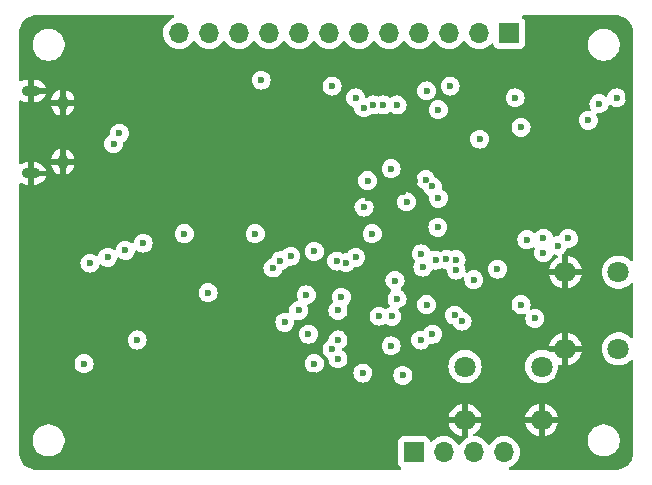
<source format=gbr>
%TF.GenerationSoftware,KiCad,Pcbnew,8.0.4*%
%TF.CreationDate,2024-08-04T17:25:46-04:00*%
%TF.ProjectId,board,626f6172-642e-46b6-9963-61645f706362,rev?*%
%TF.SameCoordinates,Original*%
%TF.FileFunction,Copper,L2,Inr*%
%TF.FilePolarity,Positive*%
%FSLAX46Y46*%
G04 Gerber Fmt 4.6, Leading zero omitted, Abs format (unit mm)*
G04 Created by KiCad (PCBNEW 8.0.4) date 2024-08-04 17:25:46*
%MOMM*%
%LPD*%
G01*
G04 APERTURE LIST*
%TA.AperFunction,ComponentPad*%
%ADD10C,1.800000*%
%TD*%
%TA.AperFunction,ComponentPad*%
%ADD11R,1.700000X1.700000*%
%TD*%
%TA.AperFunction,ComponentPad*%
%ADD12O,1.700000X1.700000*%
%TD*%
%TA.AperFunction,ComponentPad*%
%ADD13O,1.550000X0.890000*%
%TD*%
%TA.AperFunction,ComponentPad*%
%ADD14O,0.950000X1.250000*%
%TD*%
%TA.AperFunction,ViaPad*%
%ADD15C,0.600000*%
%TD*%
G04 APERTURE END LIST*
D10*
%TO.N,GND*%
%TO.C,SW2*%
X86750000Y-61250000D03*
X80250000Y-61250000D03*
%TO.N,/RUN*%
X86750000Y-56750000D03*
X80250000Y-56750000D03*
%TD*%
%TO.N,GND*%
%TO.C,SW1*%
X88750000Y-55250000D03*
X88750000Y-48750000D03*
%TO.N,Net-(R6-Pad1)*%
X93250000Y-55250000D03*
X93250000Y-48750000D03*
%TD*%
D11*
%TO.N,Net-(J2-Pin_1)*%
%TO.C,J2*%
X75920000Y-64000000D03*
D12*
%TO.N,Net-(J2-Pin_2)*%
X78460000Y-64000000D03*
%TO.N,/BLE_SWCLK*%
X81000000Y-64000000D03*
%TO.N,/BLE_SWDIO*%
X83540000Y-64000000D03*
%TD*%
D11*
%TO.N,Net-(J3-Pin_1)*%
%TO.C,J3*%
X84000000Y-28500000D03*
D12*
%TO.N,Net-(J3-Pin_2)*%
X81460000Y-28500000D03*
%TO.N,Net-(J3-Pin_3)*%
X78920000Y-28500000D03*
%TO.N,Net-(J3-Pin_4)*%
X76380000Y-28500000D03*
%TO.N,Net-(J3-Pin_5)*%
X73840000Y-28500000D03*
%TO.N,Net-(J3-Pin_6)*%
X71300000Y-28500000D03*
%TO.N,Net-(J3-Pin_7)*%
X68760000Y-28500000D03*
%TO.N,Net-(J3-Pin_8)*%
X66220000Y-28500000D03*
%TO.N,unconnected-(J3-Pin_9-Pad9)*%
X63680000Y-28500000D03*
%TO.N,unconnected-(J3-Pin_10-Pad10)*%
X61140000Y-28500000D03*
%TO.N,unconnected-(J3-Pin_11-Pad11)*%
X58600000Y-28500000D03*
%TO.N,unconnected-(J3-Pin_12-Pad12)*%
X56060000Y-28500000D03*
%TD*%
D13*
%TO.N,GND*%
%TO.C,J4*%
X43500000Y-33400000D03*
D14*
X46200000Y-34400000D03*
X46200000Y-39400000D03*
D13*
X43500000Y-40400000D03*
%TD*%
D15*
%TO.N,+3V3*%
X63000000Y-32500000D03*
%TO.N,Net-(R6-Pad1)*%
X85000000Y-51500000D03*
%TO.N,GND*%
X76000000Y-41000000D03*
X71500000Y-52500000D03*
X64000000Y-50500000D03*
X47500000Y-44500000D03*
X82000000Y-49400000D03*
X77000000Y-43000000D03*
X53000000Y-36500000D03*
X72000000Y-42500000D03*
X75000000Y-42000000D03*
X57500000Y-63500000D03*
X73000000Y-58520000D03*
X71000000Y-38000000D03*
X58500000Y-56500000D03*
X47500000Y-58500000D03*
X66500000Y-44000000D03*
X43500000Y-32300000D03*
X94050000Y-33950000D03*
X43500000Y-41300000D03*
X48000000Y-38300000D03*
X79500000Y-51000000D03*
X67500000Y-57500000D03*
X84500000Y-31000000D03*
X79010000Y-46500000D03*
X63500000Y-63500000D03*
%TO.N,+3V3*%
X80000000Y-52900000D03*
X71600000Y-57300006D03*
X66825735Y-50674265D03*
X93100000Y-34000000D03*
X77000000Y-33400000D03*
X65000000Y-53000000D03*
X67500000Y-47000000D03*
X77764877Y-47745123D03*
X83000000Y-48500000D03*
X72400000Y-45500000D03*
X77000000Y-51500000D03*
X84500000Y-34000000D03*
X75304175Y-42810112D03*
X58500000Y-50500000D03*
%TO.N,+1V1*%
X71703866Y-43247251D03*
X56500000Y-45500000D03*
X67500000Y-56500000D03*
X75000000Y-57500000D03*
%TO.N,/BLE_SWCLK*%
X91600000Y-34500000D03*
%TO.N,/BLE_SWDIO*%
X90700000Y-35900000D03*
%TO.N,Net-(U1-QSPI_SS)*%
X85500000Y-46000000D03*
X71000000Y-34000000D03*
%TO.N,/RUN*%
X77500000Y-54000000D03*
X89000000Y-45900000D03*
%TO.N,Net-(J2-Pin_2)*%
X72977657Y-52477454D03*
%TO.N,Net-(J2-Pin_1)*%
X74043600Y-52510388D03*
%TO.N,Net-(U1-GPIO10)*%
X52500000Y-54500000D03*
X67000000Y-54000000D03*
%TO.N,Net-(U1-GPIO14)*%
X74000000Y-55000000D03*
X81500000Y-37500000D03*
X69000000Y-55300003D03*
X81000000Y-49400000D03*
X76500000Y-54500000D03*
X79375303Y-52400242D03*
%TO.N,Net-(U1-GPIO0)*%
X53000000Y-46300000D03*
X69387313Y-47815644D03*
%TO.N,Net-(U1-GPIO3)*%
X48500000Y-48000000D03*
X64000000Y-48400000D03*
%TO.N,Net-(U1-GPIO1)*%
X65500000Y-47400000D03*
X51500000Y-46900000D03*
%TO.N,/DIO2*%
X62500000Y-45500000D03*
X70175382Y-47953291D03*
%TO.N,/DIO5*%
X66171472Y-52000000D03*
X48000000Y-56500000D03*
%TO.N,Net-(U1-GPIO2)*%
X64624697Y-47800000D03*
X50000000Y-47500000D03*
%TO.N,Net-(J3-Pin_2)*%
X85000000Y-36500000D03*
X79000000Y-33000000D03*
X74328355Y-49468408D03*
X77954762Y-44954762D03*
%TO.N,Net-(J3-Pin_7)*%
X71674265Y-34825735D03*
X76551315Y-47206738D03*
%TO.N,Net-(J3-Pin_1)*%
X86900000Y-45900000D03*
X74500000Y-51000000D03*
X86900000Y-47099998D03*
%TO.N,Net-(J3-Pin_5)*%
X78679265Y-47679265D03*
X73348527Y-34600000D03*
%TO.N,Net-(J3-Pin_8)*%
X69000000Y-33000000D03*
X71000000Y-47500000D03*
%TO.N,Net-(J3-Pin_6)*%
X72500000Y-34600000D03*
X76684888Y-48335002D03*
%TO.N,Net-(J3-Pin_3)*%
X79500000Y-48582030D03*
X78000000Y-35000000D03*
%TO.N,Net-(J3-Pin_4)*%
X79500000Y-47707057D03*
X74500000Y-34600000D03*
%TO.N,Net-(U1-GPIO11)*%
X78000000Y-42500000D03*
X69500000Y-52000000D03*
%TO.N,Net-(U1-GPIO13)*%
X69500000Y-54500000D03*
X76934313Y-40934313D03*
%TO.N,Net-(U1-GPIO12)*%
X69775734Y-50875736D03*
X77500000Y-41500000D03*
%TO.N,/PB00*%
X69500000Y-56100006D03*
X88100000Y-46500000D03*
%TO.N,Net-(J4-D-)*%
X51000000Y-37000000D03*
X74000000Y-40000000D03*
%TO.N,Net-(J4-D+)*%
X50500000Y-37900000D03*
X72000000Y-41000000D03*
%TO.N,Net-(R6-Pad1)*%
X86174265Y-52674265D03*
%TD*%
%TA.AperFunction,Conductor*%
%TO.N,GND*%
G36*
X55587843Y-27020185D02*
G01*
X55633598Y-27072989D01*
X55643542Y-27142147D01*
X55614517Y-27205703D01*
X55573209Y-27236881D01*
X55547564Y-27248839D01*
X55382171Y-27325964D01*
X55382169Y-27325965D01*
X55188597Y-27461505D01*
X55021505Y-27628597D01*
X54885965Y-27822169D01*
X54885964Y-27822171D01*
X54786098Y-28036335D01*
X54786094Y-28036344D01*
X54724938Y-28264586D01*
X54724936Y-28264596D01*
X54704341Y-28499999D01*
X54704341Y-28500000D01*
X54724936Y-28735403D01*
X54724938Y-28735413D01*
X54786094Y-28963655D01*
X54786096Y-28963659D01*
X54786097Y-28963663D01*
X54793740Y-28980053D01*
X54885965Y-29177830D01*
X54885967Y-29177834D01*
X54994281Y-29332521D01*
X55021505Y-29371401D01*
X55188599Y-29538495D01*
X55285384Y-29606265D01*
X55382165Y-29674032D01*
X55382167Y-29674033D01*
X55382170Y-29674035D01*
X55596337Y-29773903D01*
X55824592Y-29835063D01*
X56001034Y-29850500D01*
X56059999Y-29855659D01*
X56060000Y-29855659D01*
X56060001Y-29855659D01*
X56118966Y-29850500D01*
X56295408Y-29835063D01*
X56523663Y-29773903D01*
X56737830Y-29674035D01*
X56931401Y-29538495D01*
X57098495Y-29371401D01*
X57228425Y-29185842D01*
X57283002Y-29142217D01*
X57352500Y-29135023D01*
X57414855Y-29166546D01*
X57431575Y-29185842D01*
X57561500Y-29371395D01*
X57561505Y-29371401D01*
X57728599Y-29538495D01*
X57825384Y-29606265D01*
X57922165Y-29674032D01*
X57922167Y-29674033D01*
X57922170Y-29674035D01*
X58136337Y-29773903D01*
X58364592Y-29835063D01*
X58541034Y-29850500D01*
X58599999Y-29855659D01*
X58600000Y-29855659D01*
X58600001Y-29855659D01*
X58658966Y-29850500D01*
X58835408Y-29835063D01*
X59063663Y-29773903D01*
X59277830Y-29674035D01*
X59471401Y-29538495D01*
X59638495Y-29371401D01*
X59768425Y-29185842D01*
X59823002Y-29142217D01*
X59892500Y-29135023D01*
X59954855Y-29166546D01*
X59971575Y-29185842D01*
X60101500Y-29371395D01*
X60101505Y-29371401D01*
X60268599Y-29538495D01*
X60365384Y-29606265D01*
X60462165Y-29674032D01*
X60462167Y-29674033D01*
X60462170Y-29674035D01*
X60676337Y-29773903D01*
X60904592Y-29835063D01*
X61081034Y-29850500D01*
X61139999Y-29855659D01*
X61140000Y-29855659D01*
X61140001Y-29855659D01*
X61198966Y-29850500D01*
X61375408Y-29835063D01*
X61603663Y-29773903D01*
X61817830Y-29674035D01*
X62011401Y-29538495D01*
X62178495Y-29371401D01*
X62308425Y-29185842D01*
X62363002Y-29142217D01*
X62432500Y-29135023D01*
X62494855Y-29166546D01*
X62511575Y-29185842D01*
X62641500Y-29371395D01*
X62641505Y-29371401D01*
X62808599Y-29538495D01*
X62905384Y-29606265D01*
X63002165Y-29674032D01*
X63002167Y-29674033D01*
X63002170Y-29674035D01*
X63216337Y-29773903D01*
X63444592Y-29835063D01*
X63621034Y-29850500D01*
X63679999Y-29855659D01*
X63680000Y-29855659D01*
X63680001Y-29855659D01*
X63738966Y-29850500D01*
X63915408Y-29835063D01*
X64143663Y-29773903D01*
X64357830Y-29674035D01*
X64551401Y-29538495D01*
X64718495Y-29371401D01*
X64848425Y-29185842D01*
X64903002Y-29142217D01*
X64972500Y-29135023D01*
X65034855Y-29166546D01*
X65051575Y-29185842D01*
X65181500Y-29371395D01*
X65181505Y-29371401D01*
X65348599Y-29538495D01*
X65445384Y-29606265D01*
X65542165Y-29674032D01*
X65542167Y-29674033D01*
X65542170Y-29674035D01*
X65756337Y-29773903D01*
X65984592Y-29835063D01*
X66161034Y-29850500D01*
X66219999Y-29855659D01*
X66220000Y-29855659D01*
X66220001Y-29855659D01*
X66278966Y-29850500D01*
X66455408Y-29835063D01*
X66683663Y-29773903D01*
X66897830Y-29674035D01*
X67091401Y-29538495D01*
X67258495Y-29371401D01*
X67388425Y-29185842D01*
X67443002Y-29142217D01*
X67512500Y-29135023D01*
X67574855Y-29166546D01*
X67591575Y-29185842D01*
X67721500Y-29371395D01*
X67721505Y-29371401D01*
X67888599Y-29538495D01*
X67985384Y-29606265D01*
X68082165Y-29674032D01*
X68082167Y-29674033D01*
X68082170Y-29674035D01*
X68296337Y-29773903D01*
X68524592Y-29835063D01*
X68701034Y-29850500D01*
X68759999Y-29855659D01*
X68760000Y-29855659D01*
X68760001Y-29855659D01*
X68818966Y-29850500D01*
X68995408Y-29835063D01*
X69223663Y-29773903D01*
X69437830Y-29674035D01*
X69631401Y-29538495D01*
X69798495Y-29371401D01*
X69928425Y-29185842D01*
X69983002Y-29142217D01*
X70052500Y-29135023D01*
X70114855Y-29166546D01*
X70131575Y-29185842D01*
X70261500Y-29371395D01*
X70261505Y-29371401D01*
X70428599Y-29538495D01*
X70525384Y-29606265D01*
X70622165Y-29674032D01*
X70622167Y-29674033D01*
X70622170Y-29674035D01*
X70836337Y-29773903D01*
X71064592Y-29835063D01*
X71241034Y-29850500D01*
X71299999Y-29855659D01*
X71300000Y-29855659D01*
X71300001Y-29855659D01*
X71358966Y-29850500D01*
X71535408Y-29835063D01*
X71763663Y-29773903D01*
X71977830Y-29674035D01*
X72171401Y-29538495D01*
X72338495Y-29371401D01*
X72468425Y-29185842D01*
X72523002Y-29142217D01*
X72592500Y-29135023D01*
X72654855Y-29166546D01*
X72671575Y-29185842D01*
X72801500Y-29371395D01*
X72801505Y-29371401D01*
X72968599Y-29538495D01*
X73065384Y-29606265D01*
X73162165Y-29674032D01*
X73162167Y-29674033D01*
X73162170Y-29674035D01*
X73376337Y-29773903D01*
X73604592Y-29835063D01*
X73781034Y-29850500D01*
X73839999Y-29855659D01*
X73840000Y-29855659D01*
X73840001Y-29855659D01*
X73898966Y-29850500D01*
X74075408Y-29835063D01*
X74303663Y-29773903D01*
X74517830Y-29674035D01*
X74711401Y-29538495D01*
X74878495Y-29371401D01*
X75008425Y-29185842D01*
X75063002Y-29142217D01*
X75132500Y-29135023D01*
X75194855Y-29166546D01*
X75211575Y-29185842D01*
X75341500Y-29371395D01*
X75341505Y-29371401D01*
X75508599Y-29538495D01*
X75605384Y-29606265D01*
X75702165Y-29674032D01*
X75702167Y-29674033D01*
X75702170Y-29674035D01*
X75916337Y-29773903D01*
X76144592Y-29835063D01*
X76321034Y-29850500D01*
X76379999Y-29855659D01*
X76380000Y-29855659D01*
X76380001Y-29855659D01*
X76438966Y-29850500D01*
X76615408Y-29835063D01*
X76843663Y-29773903D01*
X77057830Y-29674035D01*
X77251401Y-29538495D01*
X77418495Y-29371401D01*
X77548425Y-29185842D01*
X77603002Y-29142217D01*
X77672500Y-29135023D01*
X77734855Y-29166546D01*
X77751575Y-29185842D01*
X77881500Y-29371395D01*
X77881505Y-29371401D01*
X78048599Y-29538495D01*
X78145384Y-29606265D01*
X78242165Y-29674032D01*
X78242167Y-29674033D01*
X78242170Y-29674035D01*
X78456337Y-29773903D01*
X78684592Y-29835063D01*
X78861034Y-29850500D01*
X78919999Y-29855659D01*
X78920000Y-29855659D01*
X78920001Y-29855659D01*
X78978966Y-29850500D01*
X79155408Y-29835063D01*
X79383663Y-29773903D01*
X79597830Y-29674035D01*
X79791401Y-29538495D01*
X79958495Y-29371401D01*
X80088425Y-29185842D01*
X80143002Y-29142217D01*
X80212500Y-29135023D01*
X80274855Y-29166546D01*
X80291575Y-29185842D01*
X80421500Y-29371395D01*
X80421505Y-29371401D01*
X80588599Y-29538495D01*
X80685384Y-29606265D01*
X80782165Y-29674032D01*
X80782167Y-29674033D01*
X80782170Y-29674035D01*
X80996337Y-29773903D01*
X81224592Y-29835063D01*
X81401034Y-29850500D01*
X81459999Y-29855659D01*
X81460000Y-29855659D01*
X81460001Y-29855659D01*
X81518966Y-29850500D01*
X81695408Y-29835063D01*
X81923663Y-29773903D01*
X82137830Y-29674035D01*
X82331401Y-29538495D01*
X82453329Y-29416566D01*
X82514648Y-29383084D01*
X82584340Y-29388068D01*
X82640274Y-29429939D01*
X82657189Y-29460917D01*
X82706202Y-29592328D01*
X82706206Y-29592335D01*
X82792452Y-29707544D01*
X82792455Y-29707547D01*
X82907664Y-29793793D01*
X82907671Y-29793797D01*
X83042517Y-29844091D01*
X83042516Y-29844091D01*
X83049444Y-29844835D01*
X83102127Y-29850500D01*
X84897872Y-29850499D01*
X84957483Y-29844091D01*
X85092331Y-29793796D01*
X85207546Y-29707546D01*
X85293796Y-29592331D01*
X85344091Y-29457483D01*
X85350500Y-29397873D01*
X85350500Y-29393399D01*
X90645500Y-29393399D01*
X90645500Y-29606600D01*
X90678853Y-29817180D01*
X90678853Y-29817183D01*
X90744734Y-30019944D01*
X90744736Y-30019947D01*
X90841528Y-30209913D01*
X90966846Y-30382397D01*
X91117603Y-30533154D01*
X91290087Y-30658472D01*
X91480053Y-30755264D01*
X91480055Y-30755265D01*
X91669182Y-30816715D01*
X91682821Y-30821147D01*
X91893399Y-30854500D01*
X91893400Y-30854500D01*
X92106600Y-30854500D01*
X92106601Y-30854500D01*
X92317179Y-30821147D01*
X92317182Y-30821146D01*
X92317183Y-30821146D01*
X92519944Y-30755265D01*
X92519944Y-30755264D01*
X92519947Y-30755264D01*
X92709913Y-30658472D01*
X92882397Y-30533154D01*
X93033154Y-30382397D01*
X93158472Y-30209913D01*
X93255264Y-30019947D01*
X93308644Y-29855659D01*
X93321146Y-29817183D01*
X93321146Y-29817182D01*
X93321147Y-29817179D01*
X93354500Y-29606601D01*
X93354500Y-29393399D01*
X93321147Y-29182821D01*
X93321146Y-29182817D01*
X93321146Y-29182816D01*
X93255265Y-28980055D01*
X93255263Y-28980052D01*
X93246913Y-28963663D01*
X93158472Y-28790087D01*
X93033154Y-28617603D01*
X92882397Y-28466846D01*
X92709913Y-28341528D01*
X92519947Y-28244736D01*
X92519944Y-28244734D01*
X92317181Y-28178853D01*
X92176793Y-28156617D01*
X92106601Y-28145500D01*
X91893399Y-28145500D01*
X91823206Y-28156617D01*
X91682819Y-28178853D01*
X91682816Y-28178853D01*
X91480055Y-28244734D01*
X91480052Y-28244736D01*
X91290086Y-28341528D01*
X91117601Y-28466847D01*
X90966847Y-28617601D01*
X90841528Y-28790086D01*
X90744736Y-28980052D01*
X90744734Y-28980055D01*
X90678853Y-29182816D01*
X90678853Y-29182819D01*
X90645500Y-29393399D01*
X85350500Y-29393399D01*
X85350499Y-27602128D01*
X85344091Y-27542517D01*
X85342810Y-27539083D01*
X85293797Y-27407671D01*
X85293793Y-27407664D01*
X85207547Y-27292455D01*
X85207544Y-27292452D01*
X85115792Y-27223766D01*
X85073921Y-27167832D01*
X85068937Y-27098141D01*
X85102423Y-27036818D01*
X85163746Y-27003334D01*
X85190103Y-27000500D01*
X92934108Y-27000500D01*
X92995572Y-27000500D01*
X93004418Y-27000816D01*
X93204561Y-27015130D01*
X93222063Y-27017647D01*
X93413797Y-27059355D01*
X93430755Y-27064334D01*
X93589426Y-27123516D01*
X93614609Y-27132909D01*
X93630701Y-27140259D01*
X93802904Y-27234288D01*
X93817784Y-27243849D01*
X93974867Y-27361441D01*
X93988237Y-27373027D01*
X94126972Y-27511762D01*
X94138558Y-27525132D01*
X94216011Y-27628597D01*
X94256146Y-27682210D01*
X94265711Y-27697095D01*
X94359740Y-27869298D01*
X94367090Y-27885390D01*
X94435662Y-28069236D01*
X94440646Y-28086212D01*
X94482351Y-28277931D01*
X94484869Y-28295442D01*
X94499184Y-28495580D01*
X94499500Y-28504427D01*
X94499500Y-47721709D01*
X94479815Y-47788748D01*
X94427011Y-47834503D01*
X94357853Y-47844447D01*
X94294297Y-47815422D01*
X94284278Y-47805699D01*
X94201784Y-47716087D01*
X94201779Y-47716083D01*
X94201777Y-47716081D01*
X94018634Y-47573535D01*
X94018628Y-47573531D01*
X93814504Y-47463064D01*
X93814495Y-47463061D01*
X93594984Y-47387702D01*
X93414188Y-47357533D01*
X93366049Y-47349500D01*
X93133951Y-47349500D01*
X93088164Y-47357140D01*
X92905015Y-47387702D01*
X92685504Y-47463061D01*
X92685495Y-47463064D01*
X92481371Y-47573531D01*
X92481365Y-47573535D01*
X92298222Y-47716081D01*
X92298219Y-47716084D01*
X92298216Y-47716086D01*
X92298216Y-47716087D01*
X92267437Y-47749522D01*
X92141016Y-47886852D01*
X92014075Y-48081151D01*
X91920842Y-48293699D01*
X91863866Y-48518691D01*
X91863864Y-48518702D01*
X91844700Y-48749993D01*
X91844700Y-48750006D01*
X91863864Y-48981297D01*
X91863866Y-48981308D01*
X91920842Y-49206300D01*
X92014075Y-49418848D01*
X92141016Y-49613147D01*
X92141019Y-49613151D01*
X92141021Y-49613153D01*
X92298216Y-49783913D01*
X92298219Y-49783915D01*
X92298222Y-49783918D01*
X92481365Y-49926464D01*
X92481371Y-49926468D01*
X92481374Y-49926470D01*
X92613064Y-49997737D01*
X92684652Y-50036479D01*
X92685497Y-50036936D01*
X92782307Y-50070171D01*
X92905015Y-50112297D01*
X92905017Y-50112297D01*
X92905019Y-50112298D01*
X93133951Y-50150500D01*
X93133952Y-50150500D01*
X93366048Y-50150500D01*
X93366049Y-50150500D01*
X93594981Y-50112298D01*
X93814503Y-50036936D01*
X94018626Y-49926470D01*
X94019170Y-49926047D01*
X94158077Y-49817931D01*
X94201784Y-49783913D01*
X94284271Y-49694306D01*
X94344156Y-49658317D01*
X94413994Y-49660416D01*
X94471611Y-49699940D01*
X94498713Y-49764339D01*
X94499500Y-49778290D01*
X94499500Y-54221709D01*
X94479815Y-54288748D01*
X94427011Y-54334503D01*
X94357853Y-54344447D01*
X94294297Y-54315422D01*
X94284278Y-54305699D01*
X94201784Y-54216087D01*
X94201779Y-54216083D01*
X94201777Y-54216081D01*
X94018634Y-54073535D01*
X94018628Y-54073531D01*
X93814504Y-53963064D01*
X93814495Y-53963061D01*
X93594984Y-53887702D01*
X93423282Y-53859050D01*
X93366049Y-53849500D01*
X93133951Y-53849500D01*
X93088164Y-53857140D01*
X92905015Y-53887702D01*
X92685504Y-53963061D01*
X92685495Y-53963064D01*
X92481371Y-54073531D01*
X92481365Y-54073535D01*
X92298222Y-54216081D01*
X92298219Y-54216084D01*
X92141016Y-54386852D01*
X92014075Y-54581151D01*
X91920842Y-54793699D01*
X91863866Y-55018691D01*
X91863864Y-55018702D01*
X91844700Y-55249993D01*
X91844700Y-55250006D01*
X91863864Y-55481297D01*
X91863866Y-55481308D01*
X91920842Y-55706300D01*
X92014075Y-55918848D01*
X92141016Y-56113147D01*
X92141019Y-56113151D01*
X92141021Y-56113153D01*
X92298216Y-56283913D01*
X92298219Y-56283915D01*
X92298222Y-56283918D01*
X92481365Y-56426464D01*
X92481371Y-56426468D01*
X92481374Y-56426470D01*
X92606973Y-56494441D01*
X92684652Y-56536479D01*
X92685497Y-56536936D01*
X92794093Y-56574217D01*
X92905015Y-56612297D01*
X92905017Y-56612297D01*
X92905019Y-56612298D01*
X93133951Y-56650500D01*
X93133952Y-56650500D01*
X93366048Y-56650500D01*
X93366049Y-56650500D01*
X93594981Y-56612298D01*
X93814503Y-56536936D01*
X94018626Y-56426470D01*
X94019170Y-56426047D01*
X94080129Y-56378600D01*
X94201784Y-56283913D01*
X94284271Y-56194306D01*
X94344156Y-56158317D01*
X94413994Y-56160416D01*
X94471611Y-56199940D01*
X94498713Y-56264339D01*
X94499500Y-56278290D01*
X94499500Y-63995572D01*
X94499184Y-64004419D01*
X94484869Y-64204557D01*
X94482351Y-64222068D01*
X94440646Y-64413787D01*
X94435662Y-64430763D01*
X94367090Y-64614609D01*
X94359740Y-64630701D01*
X94265711Y-64802904D01*
X94256146Y-64817789D01*
X94138558Y-64974867D01*
X94126972Y-64988237D01*
X93988237Y-65126972D01*
X93974867Y-65138558D01*
X93817789Y-65256146D01*
X93802904Y-65265711D01*
X93630701Y-65359740D01*
X93614609Y-65367090D01*
X93430763Y-65435662D01*
X93413787Y-65440646D01*
X93222068Y-65482351D01*
X93204557Y-65484869D01*
X93023779Y-65497799D01*
X93004417Y-65499184D01*
X92995572Y-65499500D01*
X84079196Y-65499500D01*
X84012157Y-65479815D01*
X83966402Y-65427011D01*
X83956458Y-65357853D01*
X83985483Y-65294297D01*
X84026791Y-65263118D01*
X84030347Y-65261460D01*
X84217830Y-65174035D01*
X84411401Y-65038495D01*
X84578495Y-64871401D01*
X84714035Y-64677830D01*
X84813903Y-64463663D01*
X84875063Y-64235408D01*
X84895659Y-64000000D01*
X84875063Y-63764592D01*
X84813903Y-63536337D01*
X84714035Y-63322171D01*
X84710543Y-63317183D01*
X84578494Y-63128597D01*
X84411402Y-62961506D01*
X84411395Y-62961501D01*
X84314136Y-62893399D01*
X90645500Y-62893399D01*
X90645500Y-63106601D01*
X90648984Y-63128597D01*
X90678853Y-63317180D01*
X90678853Y-63317183D01*
X90744734Y-63519944D01*
X90744736Y-63519947D01*
X90841528Y-63709913D01*
X90966846Y-63882397D01*
X91117603Y-64033154D01*
X91290087Y-64158472D01*
X91480053Y-64255264D01*
X91480055Y-64255265D01*
X91669182Y-64316715D01*
X91682821Y-64321147D01*
X91893399Y-64354500D01*
X91893400Y-64354500D01*
X92106600Y-64354500D01*
X92106601Y-64354500D01*
X92317179Y-64321147D01*
X92317182Y-64321146D01*
X92317183Y-64321146D01*
X92519944Y-64255265D01*
X92519944Y-64255264D01*
X92519947Y-64255264D01*
X92709913Y-64158472D01*
X92882397Y-64033154D01*
X93033154Y-63882397D01*
X93158472Y-63709913D01*
X93255264Y-63519947D01*
X93321147Y-63317179D01*
X93354500Y-63106601D01*
X93354500Y-62893399D01*
X93321147Y-62682821D01*
X93321146Y-62682817D01*
X93321146Y-62682816D01*
X93255265Y-62480055D01*
X93255263Y-62480052D01*
X93229532Y-62429550D01*
X93158472Y-62290087D01*
X93033154Y-62117603D01*
X92882397Y-61966846D01*
X92709913Y-61841528D01*
X92519947Y-61744736D01*
X92519944Y-61744734D01*
X92317181Y-61678853D01*
X92176793Y-61656617D01*
X92106601Y-61645500D01*
X91893399Y-61645500D01*
X91823206Y-61656617D01*
X91682819Y-61678853D01*
X91682816Y-61678853D01*
X91480055Y-61744734D01*
X91480052Y-61744736D01*
X91290086Y-61841528D01*
X91117601Y-61966847D01*
X90966847Y-62117601D01*
X90841528Y-62290086D01*
X90744736Y-62480052D01*
X90744734Y-62480055D01*
X90678853Y-62682816D01*
X90678853Y-62682819D01*
X90656180Y-62825967D01*
X90645500Y-62893399D01*
X84314136Y-62893399D01*
X84217834Y-62825967D01*
X84217830Y-62825965D01*
X84217828Y-62825964D01*
X84003663Y-62726097D01*
X84003659Y-62726096D01*
X84003655Y-62726094D01*
X83775413Y-62664938D01*
X83775403Y-62664936D01*
X83540001Y-62644341D01*
X83539999Y-62644341D01*
X83304596Y-62664936D01*
X83304586Y-62664938D01*
X83076344Y-62726094D01*
X83076335Y-62726098D01*
X82862171Y-62825964D01*
X82862169Y-62825965D01*
X82668597Y-62961505D01*
X82501505Y-63128597D01*
X82371575Y-63314158D01*
X82316998Y-63357783D01*
X82247500Y-63364977D01*
X82185145Y-63333454D01*
X82168425Y-63314158D01*
X82038494Y-63128597D01*
X81871402Y-62961506D01*
X81871395Y-62961501D01*
X81677834Y-62825967D01*
X81677830Y-62825965D01*
X81677828Y-62825964D01*
X81463663Y-62726097D01*
X81463659Y-62726096D01*
X81463655Y-62726094D01*
X81235413Y-62664938D01*
X81235403Y-62664936D01*
X81078674Y-62651224D01*
X81013606Y-62625771D01*
X80972627Y-62569180D01*
X80968749Y-62499418D01*
X81003203Y-62438634D01*
X81014577Y-62429550D01*
X81014305Y-62429200D01*
X81201437Y-62283548D01*
X81201441Y-62283545D01*
X81358585Y-62112842D01*
X81485483Y-61918609D01*
X81578682Y-61706135D01*
X81630883Y-61500000D01*
X80798482Y-61500000D01*
X80809111Y-61481591D01*
X80850000Y-61328991D01*
X80850000Y-61171009D01*
X80809111Y-61018409D01*
X80798482Y-61000000D01*
X81630883Y-61000000D01*
X85369117Y-61000000D01*
X86201518Y-61000000D01*
X86190889Y-61018409D01*
X86150000Y-61171009D01*
X86150000Y-61328991D01*
X86190889Y-61481591D01*
X86201518Y-61500000D01*
X85369117Y-61500000D01*
X85421317Y-61706135D01*
X85514516Y-61918609D01*
X85641414Y-62112842D01*
X85798558Y-62283545D01*
X85798562Y-62283548D01*
X85981644Y-62426047D01*
X85981648Y-62426050D01*
X86185697Y-62536476D01*
X86185706Y-62536479D01*
X86405139Y-62611811D01*
X86499999Y-62627640D01*
X86500000Y-62627639D01*
X86500000Y-61798482D01*
X86518409Y-61809111D01*
X86671009Y-61850000D01*
X86828991Y-61850000D01*
X86981591Y-61809111D01*
X87000000Y-61798482D01*
X87000000Y-62627640D01*
X87094860Y-62611811D01*
X87314293Y-62536479D01*
X87314302Y-62536476D01*
X87518351Y-62426050D01*
X87518355Y-62426047D01*
X87701437Y-62283548D01*
X87701441Y-62283545D01*
X87858585Y-62112842D01*
X87985483Y-61918609D01*
X88078682Y-61706135D01*
X88130883Y-61500000D01*
X87298482Y-61500000D01*
X87309111Y-61481591D01*
X87350000Y-61328991D01*
X87350000Y-61171009D01*
X87309111Y-61018409D01*
X87298482Y-61000000D01*
X88130883Y-61000000D01*
X88078682Y-60793864D01*
X87985483Y-60581390D01*
X87858585Y-60387157D01*
X87701441Y-60216454D01*
X87701437Y-60216451D01*
X87518355Y-60073952D01*
X87518351Y-60073949D01*
X87314302Y-59963523D01*
X87314293Y-59963520D01*
X87094861Y-59888188D01*
X87000000Y-59872359D01*
X87000000Y-60701517D01*
X86981591Y-60690889D01*
X86828991Y-60650000D01*
X86671009Y-60650000D01*
X86518409Y-60690889D01*
X86500000Y-60701517D01*
X86500000Y-59872359D01*
X86499999Y-59872359D01*
X86405138Y-59888188D01*
X86185706Y-59963520D01*
X86185697Y-59963523D01*
X85981648Y-60073949D01*
X85981644Y-60073952D01*
X85798562Y-60216451D01*
X85798558Y-60216454D01*
X85641414Y-60387157D01*
X85514516Y-60581390D01*
X85421317Y-60793864D01*
X85369117Y-61000000D01*
X81630883Y-61000000D01*
X81578682Y-60793864D01*
X81485483Y-60581390D01*
X81358585Y-60387157D01*
X81201441Y-60216454D01*
X81201437Y-60216451D01*
X81018355Y-60073952D01*
X81018351Y-60073949D01*
X80814302Y-59963523D01*
X80814293Y-59963520D01*
X80594861Y-59888188D01*
X80500000Y-59872359D01*
X80500000Y-60701517D01*
X80481591Y-60690889D01*
X80328991Y-60650000D01*
X80171009Y-60650000D01*
X80018409Y-60690889D01*
X80000000Y-60701517D01*
X80000000Y-59872359D01*
X79999999Y-59872359D01*
X79905138Y-59888188D01*
X79685706Y-59963520D01*
X79685697Y-59963523D01*
X79481648Y-60073949D01*
X79481644Y-60073952D01*
X79298562Y-60216451D01*
X79298558Y-60216454D01*
X79141414Y-60387157D01*
X79014516Y-60581390D01*
X78921317Y-60793864D01*
X78869117Y-61000000D01*
X79701518Y-61000000D01*
X79690889Y-61018409D01*
X79650000Y-61171009D01*
X79650000Y-61328991D01*
X79690889Y-61481591D01*
X79701518Y-61500000D01*
X78869117Y-61500000D01*
X78921317Y-61706135D01*
X79014516Y-61918609D01*
X79141414Y-62112842D01*
X79298558Y-62283545D01*
X79298562Y-62283548D01*
X79481644Y-62426047D01*
X79481648Y-62426050D01*
X79685697Y-62536476D01*
X79685706Y-62536479D01*
X79905139Y-62611811D01*
X79999999Y-62627640D01*
X80000000Y-62627639D01*
X80000000Y-61798482D01*
X80018409Y-61809111D01*
X80171009Y-61850000D01*
X80328991Y-61850000D01*
X80481591Y-61809111D01*
X80500000Y-61798482D01*
X80500000Y-62664044D01*
X80480315Y-62731083D01*
X80428406Y-62776426D01*
X80322168Y-62825966D01*
X80128597Y-62961505D01*
X79961505Y-63128597D01*
X79831575Y-63314158D01*
X79776998Y-63357783D01*
X79707500Y-63364977D01*
X79645145Y-63333454D01*
X79628425Y-63314158D01*
X79498494Y-63128597D01*
X79331402Y-62961506D01*
X79331395Y-62961501D01*
X79137834Y-62825967D01*
X79137830Y-62825965D01*
X79137828Y-62825964D01*
X78923663Y-62726097D01*
X78923659Y-62726096D01*
X78923655Y-62726094D01*
X78695413Y-62664938D01*
X78695403Y-62664936D01*
X78460001Y-62644341D01*
X78459999Y-62644341D01*
X78224596Y-62664936D01*
X78224586Y-62664938D01*
X77996344Y-62726094D01*
X77996335Y-62726098D01*
X77782171Y-62825964D01*
X77782169Y-62825965D01*
X77588600Y-62961503D01*
X77466673Y-63083430D01*
X77405350Y-63116914D01*
X77335658Y-63111930D01*
X77279725Y-63070058D01*
X77262810Y-63039081D01*
X77213797Y-62907671D01*
X77213793Y-62907664D01*
X77127547Y-62792455D01*
X77127544Y-62792452D01*
X77012335Y-62706206D01*
X77012328Y-62706202D01*
X76877482Y-62655908D01*
X76877483Y-62655908D01*
X76817883Y-62649501D01*
X76817881Y-62649500D01*
X76817873Y-62649500D01*
X76817864Y-62649500D01*
X75022129Y-62649500D01*
X75022123Y-62649501D01*
X74962516Y-62655908D01*
X74827671Y-62706202D01*
X74827664Y-62706206D01*
X74712455Y-62792452D01*
X74712452Y-62792455D01*
X74626206Y-62907664D01*
X74626202Y-62907671D01*
X74575908Y-63042517D01*
X74569501Y-63102116D01*
X74569500Y-63102135D01*
X74569500Y-64897870D01*
X74569501Y-64897876D01*
X74575908Y-64957483D01*
X74626202Y-65092328D01*
X74626206Y-65092335D01*
X74712452Y-65207544D01*
X74712455Y-65207547D01*
X74804208Y-65276234D01*
X74846079Y-65332168D01*
X74851063Y-65401859D01*
X74817577Y-65463182D01*
X74756254Y-65496666D01*
X74729897Y-65499500D01*
X44004428Y-65499500D01*
X43995582Y-65499184D01*
X43973622Y-65497613D01*
X43795442Y-65484869D01*
X43777931Y-65482351D01*
X43586212Y-65440646D01*
X43569236Y-65435662D01*
X43385390Y-65367090D01*
X43369298Y-65359740D01*
X43197095Y-65265711D01*
X43182210Y-65256146D01*
X43117288Y-65207546D01*
X43025132Y-65138558D01*
X43011762Y-65126972D01*
X42873027Y-64988237D01*
X42861441Y-64974867D01*
X42850998Y-64960917D01*
X42743849Y-64817784D01*
X42734288Y-64802904D01*
X42640259Y-64630701D01*
X42632909Y-64614609D01*
X42576609Y-64463664D01*
X42564334Y-64430755D01*
X42559355Y-64413797D01*
X42517647Y-64222063D01*
X42515130Y-64204556D01*
X42500816Y-64004418D01*
X42500500Y-63995572D01*
X42500500Y-62893399D01*
X43645500Y-62893399D01*
X43645500Y-63106601D01*
X43648984Y-63128597D01*
X43678853Y-63317180D01*
X43678853Y-63317183D01*
X43744734Y-63519944D01*
X43744736Y-63519947D01*
X43841528Y-63709913D01*
X43966846Y-63882397D01*
X44117603Y-64033154D01*
X44290087Y-64158472D01*
X44480053Y-64255264D01*
X44480055Y-64255265D01*
X44669182Y-64316715D01*
X44682821Y-64321147D01*
X44893399Y-64354500D01*
X44893400Y-64354500D01*
X45106600Y-64354500D01*
X45106601Y-64354500D01*
X45317179Y-64321147D01*
X45317182Y-64321146D01*
X45317183Y-64321146D01*
X45519944Y-64255265D01*
X45519944Y-64255264D01*
X45519947Y-64255264D01*
X45709913Y-64158472D01*
X45882397Y-64033154D01*
X46033154Y-63882397D01*
X46158472Y-63709913D01*
X46255264Y-63519947D01*
X46321147Y-63317179D01*
X46354500Y-63106601D01*
X46354500Y-62893399D01*
X46321147Y-62682821D01*
X46321146Y-62682817D01*
X46321146Y-62682816D01*
X46255265Y-62480055D01*
X46255263Y-62480052D01*
X46229532Y-62429550D01*
X46158472Y-62290087D01*
X46033154Y-62117603D01*
X45882397Y-61966846D01*
X45709913Y-61841528D01*
X45519947Y-61744736D01*
X45519944Y-61744734D01*
X45317181Y-61678853D01*
X45176793Y-61656617D01*
X45106601Y-61645500D01*
X44893399Y-61645500D01*
X44823206Y-61656617D01*
X44682819Y-61678853D01*
X44682816Y-61678853D01*
X44480055Y-61744734D01*
X44480052Y-61744736D01*
X44290086Y-61841528D01*
X44117601Y-61966847D01*
X43966847Y-62117601D01*
X43841528Y-62290086D01*
X43744736Y-62480052D01*
X43744734Y-62480055D01*
X43678853Y-62682816D01*
X43678853Y-62682819D01*
X43656180Y-62825967D01*
X43645500Y-62893399D01*
X42500500Y-62893399D01*
X42500500Y-56499996D01*
X47194435Y-56499996D01*
X47194435Y-56500003D01*
X47214630Y-56679249D01*
X47214631Y-56679254D01*
X47274211Y-56849523D01*
X47357011Y-56981297D01*
X47370184Y-57002262D01*
X47497738Y-57129816D01*
X47650478Y-57225789D01*
X47820745Y-57285368D01*
X47820750Y-57285369D01*
X47999996Y-57305565D01*
X48000000Y-57305565D01*
X48000004Y-57305565D01*
X48179249Y-57285369D01*
X48179252Y-57285368D01*
X48179255Y-57285368D01*
X48349522Y-57225789D01*
X48502262Y-57129816D01*
X48629816Y-57002262D01*
X48725789Y-56849522D01*
X48785368Y-56679255D01*
X48785369Y-56679249D01*
X48805565Y-56500003D01*
X48805565Y-56499996D01*
X66694435Y-56499996D01*
X66694435Y-56500003D01*
X66714630Y-56679249D01*
X66714631Y-56679254D01*
X66774211Y-56849523D01*
X66857011Y-56981297D01*
X66870184Y-57002262D01*
X66997738Y-57129816D01*
X67150478Y-57225789D01*
X67320745Y-57285368D01*
X67320750Y-57285369D01*
X67499996Y-57305565D01*
X67500000Y-57305565D01*
X67500004Y-57305565D01*
X67549377Y-57300002D01*
X70794435Y-57300002D01*
X70794435Y-57300009D01*
X70814630Y-57479255D01*
X70814631Y-57479260D01*
X70874211Y-57649529D01*
X70958651Y-57783913D01*
X70970184Y-57802268D01*
X71097738Y-57929822D01*
X71250478Y-58025795D01*
X71420745Y-58085374D01*
X71420750Y-58085375D01*
X71599996Y-58105571D01*
X71600000Y-58105571D01*
X71600004Y-58105571D01*
X71779249Y-58085375D01*
X71779252Y-58085374D01*
X71779255Y-58085374D01*
X71949522Y-58025795D01*
X72102262Y-57929822D01*
X72229816Y-57802268D01*
X72325789Y-57649528D01*
X72378113Y-57499996D01*
X74194435Y-57499996D01*
X74194435Y-57500003D01*
X74214630Y-57679249D01*
X74214631Y-57679254D01*
X74274211Y-57849523D01*
X74324666Y-57929821D01*
X74370184Y-58002262D01*
X74497738Y-58129816D01*
X74650478Y-58225789D01*
X74820745Y-58285368D01*
X74820750Y-58285369D01*
X74999996Y-58305565D01*
X75000000Y-58305565D01*
X75000004Y-58305565D01*
X75179249Y-58285369D01*
X75179252Y-58285368D01*
X75179255Y-58285368D01*
X75349522Y-58225789D01*
X75502262Y-58129816D01*
X75629816Y-58002262D01*
X75725789Y-57849522D01*
X75785368Y-57679255D01*
X75785369Y-57679249D01*
X75805565Y-57500003D01*
X75805565Y-57499996D01*
X75785369Y-57320750D01*
X75785368Y-57320745D01*
X75725788Y-57150476D01*
X75686582Y-57088080D01*
X75629816Y-56997738D01*
X75502262Y-56870184D01*
X75469379Y-56849522D01*
X75349523Y-56774211D01*
X75280312Y-56749993D01*
X78844700Y-56749993D01*
X78844700Y-56750006D01*
X78863864Y-56981297D01*
X78863866Y-56981308D01*
X78920842Y-57206300D01*
X79014075Y-57418848D01*
X79141016Y-57613147D01*
X79141019Y-57613151D01*
X79141021Y-57613153D01*
X79298216Y-57783913D01*
X79298219Y-57783915D01*
X79298222Y-57783918D01*
X79481365Y-57926464D01*
X79481371Y-57926468D01*
X79481374Y-57926470D01*
X79685497Y-58036936D01*
X79799487Y-58076068D01*
X79905015Y-58112297D01*
X79905017Y-58112297D01*
X79905019Y-58112298D01*
X80133951Y-58150500D01*
X80133952Y-58150500D01*
X80366048Y-58150500D01*
X80366049Y-58150500D01*
X80594981Y-58112298D01*
X80814503Y-58036936D01*
X81018626Y-57926470D01*
X81201784Y-57783913D01*
X81358979Y-57613153D01*
X81485924Y-57418849D01*
X81579157Y-57206300D01*
X81636134Y-56981305D01*
X81638688Y-56950482D01*
X81655300Y-56750006D01*
X81655300Y-56749993D01*
X85344700Y-56749993D01*
X85344700Y-56750006D01*
X85363864Y-56981297D01*
X85363866Y-56981308D01*
X85420842Y-57206300D01*
X85514075Y-57418848D01*
X85641016Y-57613147D01*
X85641019Y-57613151D01*
X85641021Y-57613153D01*
X85798216Y-57783913D01*
X85798219Y-57783915D01*
X85798222Y-57783918D01*
X85981365Y-57926464D01*
X85981371Y-57926468D01*
X85981374Y-57926470D01*
X86185497Y-58036936D01*
X86299487Y-58076068D01*
X86405015Y-58112297D01*
X86405017Y-58112297D01*
X86405019Y-58112298D01*
X86633951Y-58150500D01*
X86633952Y-58150500D01*
X86866048Y-58150500D01*
X86866049Y-58150500D01*
X87094981Y-58112298D01*
X87314503Y-58036936D01*
X87518626Y-57926470D01*
X87701784Y-57783913D01*
X87858979Y-57613153D01*
X87985924Y-57418849D01*
X88079157Y-57206300D01*
X88136134Y-56981305D01*
X88138688Y-56950482D01*
X88155300Y-56750006D01*
X88155300Y-56749996D01*
X88151872Y-56708634D01*
X88165952Y-56640197D01*
X88214797Y-56590237D01*
X88282897Y-56574616D01*
X88315711Y-56581111D01*
X88405139Y-56611811D01*
X88499999Y-56627640D01*
X88500000Y-56627639D01*
X88500000Y-55798482D01*
X88518409Y-55809111D01*
X88671009Y-55850000D01*
X88828991Y-55850000D01*
X88981591Y-55809111D01*
X89000000Y-55798482D01*
X89000000Y-56627640D01*
X89094860Y-56611811D01*
X89314293Y-56536479D01*
X89314302Y-56536476D01*
X89518351Y-56426050D01*
X89518355Y-56426047D01*
X89701437Y-56283548D01*
X89701441Y-56283545D01*
X89858585Y-56112842D01*
X89985483Y-55918609D01*
X90078682Y-55706135D01*
X90130883Y-55500000D01*
X89298482Y-55500000D01*
X89309111Y-55481591D01*
X89350000Y-55328991D01*
X89350000Y-55171009D01*
X89309111Y-55018409D01*
X89298482Y-55000000D01*
X90130883Y-55000000D01*
X90078682Y-54793864D01*
X89985483Y-54581390D01*
X89858585Y-54387157D01*
X89701441Y-54216454D01*
X89701437Y-54216451D01*
X89518355Y-54073952D01*
X89518351Y-54073949D01*
X89314302Y-53963523D01*
X89314293Y-53963520D01*
X89094861Y-53888188D01*
X89000000Y-53872359D01*
X89000000Y-54701517D01*
X88981591Y-54690889D01*
X88828991Y-54650000D01*
X88671009Y-54650000D01*
X88518409Y-54690889D01*
X88500000Y-54701517D01*
X88500000Y-53872359D01*
X88499999Y-53872359D01*
X88405138Y-53888188D01*
X88185706Y-53963520D01*
X88185697Y-53963523D01*
X87981648Y-54073949D01*
X87981644Y-54073952D01*
X87798562Y-54216451D01*
X87798558Y-54216454D01*
X87641414Y-54387157D01*
X87514516Y-54581390D01*
X87421317Y-54793864D01*
X87369117Y-55000000D01*
X88201518Y-55000000D01*
X88190889Y-55018409D01*
X88150000Y-55171009D01*
X88150000Y-55328991D01*
X88190889Y-55481591D01*
X88201518Y-55500000D01*
X87414156Y-55500000D01*
X87355139Y-55485055D01*
X87327671Y-55470190D01*
X87314504Y-55463064D01*
X87314498Y-55463062D01*
X87094984Y-55387702D01*
X86908621Y-55356604D01*
X86866049Y-55349500D01*
X86633951Y-55349500D01*
X86591379Y-55356604D01*
X86405015Y-55387702D01*
X86185504Y-55463061D01*
X86185495Y-55463064D01*
X85981371Y-55573531D01*
X85981365Y-55573535D01*
X85798222Y-55716081D01*
X85798219Y-55716084D01*
X85798216Y-55716086D01*
X85798216Y-55716087D01*
X85744709Y-55774211D01*
X85641016Y-55886852D01*
X85514075Y-56081151D01*
X85420842Y-56293699D01*
X85363866Y-56518691D01*
X85363864Y-56518702D01*
X85344700Y-56749993D01*
X81655300Y-56749993D01*
X81636135Y-56518702D01*
X81636133Y-56518691D01*
X81579157Y-56293699D01*
X81485924Y-56081151D01*
X81358983Y-55886852D01*
X81358980Y-55886849D01*
X81358979Y-55886847D01*
X81201784Y-55716087D01*
X81201779Y-55716083D01*
X81201777Y-55716081D01*
X81018634Y-55573535D01*
X81018628Y-55573531D01*
X80814504Y-55463064D01*
X80814495Y-55463061D01*
X80594984Y-55387702D01*
X80408621Y-55356604D01*
X80366049Y-55349500D01*
X80133951Y-55349500D01*
X80091379Y-55356604D01*
X79905015Y-55387702D01*
X79685504Y-55463061D01*
X79685495Y-55463064D01*
X79481371Y-55573531D01*
X79481365Y-55573535D01*
X79298222Y-55716081D01*
X79298219Y-55716084D01*
X79298216Y-55716086D01*
X79298216Y-55716087D01*
X79244709Y-55774211D01*
X79141016Y-55886852D01*
X79014075Y-56081151D01*
X78920842Y-56293699D01*
X78863866Y-56518691D01*
X78863864Y-56518702D01*
X78844700Y-56749993D01*
X75280312Y-56749993D01*
X75179254Y-56714631D01*
X75179249Y-56714630D01*
X75000004Y-56694435D01*
X74999996Y-56694435D01*
X74820750Y-56714630D01*
X74820745Y-56714631D01*
X74650476Y-56774211D01*
X74497737Y-56870184D01*
X74370184Y-56997737D01*
X74274211Y-57150476D01*
X74214631Y-57320745D01*
X74214630Y-57320750D01*
X74194435Y-57499996D01*
X72378113Y-57499996D01*
X72385368Y-57479261D01*
X72403228Y-57320750D01*
X72405565Y-57300009D01*
X72405565Y-57300002D01*
X72385369Y-57120756D01*
X72385368Y-57120751D01*
X72342324Y-56997738D01*
X72325789Y-56950484D01*
X72229816Y-56797744D01*
X72102262Y-56670190D01*
X72070926Y-56650500D01*
X71949523Y-56574217D01*
X71779254Y-56514637D01*
X71779249Y-56514636D01*
X71600004Y-56494441D01*
X71599996Y-56494441D01*
X71420750Y-56514636D01*
X71420745Y-56514637D01*
X71250476Y-56574217D01*
X71097737Y-56670190D01*
X70970184Y-56797743D01*
X70874211Y-56950482D01*
X70814631Y-57120751D01*
X70814630Y-57120756D01*
X70794435Y-57300002D01*
X67549377Y-57300002D01*
X67679249Y-57285369D01*
X67679252Y-57285368D01*
X67679255Y-57285368D01*
X67849522Y-57225789D01*
X68002262Y-57129816D01*
X68129816Y-57002262D01*
X68225789Y-56849522D01*
X68285368Y-56679255D01*
X68285369Y-56679249D01*
X68305565Y-56500003D01*
X68305565Y-56499996D01*
X68285369Y-56320750D01*
X68285368Y-56320745D01*
X68225789Y-56150478D01*
X68129816Y-55997738D01*
X68002262Y-55870184D01*
X67849523Y-55774211D01*
X67679254Y-55714631D01*
X67679249Y-55714630D01*
X67500004Y-55694435D01*
X67499996Y-55694435D01*
X67320750Y-55714630D01*
X67320745Y-55714631D01*
X67150476Y-55774211D01*
X66997737Y-55870184D01*
X66870184Y-55997737D01*
X66774211Y-56150476D01*
X66714631Y-56320745D01*
X66714630Y-56320750D01*
X66694435Y-56499996D01*
X48805565Y-56499996D01*
X48785369Y-56320750D01*
X48785368Y-56320745D01*
X48725789Y-56150478D01*
X48629816Y-55997738D01*
X48502262Y-55870184D01*
X48349523Y-55774211D01*
X48179254Y-55714631D01*
X48179249Y-55714630D01*
X48000004Y-55694435D01*
X47999996Y-55694435D01*
X47820750Y-55714630D01*
X47820745Y-55714631D01*
X47650476Y-55774211D01*
X47497737Y-55870184D01*
X47370184Y-55997737D01*
X47274211Y-56150476D01*
X47214631Y-56320745D01*
X47214630Y-56320750D01*
X47194435Y-56499996D01*
X42500500Y-56499996D01*
X42500500Y-54499996D01*
X51694435Y-54499996D01*
X51694435Y-54500003D01*
X51714630Y-54679249D01*
X51714631Y-54679254D01*
X51774211Y-54849523D01*
X51837648Y-54950481D01*
X51870184Y-55002262D01*
X51997738Y-55129816D01*
X52150478Y-55225789D01*
X52315712Y-55283607D01*
X52320745Y-55285368D01*
X52320750Y-55285369D01*
X52499996Y-55305565D01*
X52500000Y-55305565D01*
X52500004Y-55305565D01*
X52549404Y-55299999D01*
X68194435Y-55299999D01*
X68194435Y-55300006D01*
X68214630Y-55479252D01*
X68214631Y-55479257D01*
X68274211Y-55649526D01*
X68370184Y-55802265D01*
X68497738Y-55929819D01*
X68638222Y-56018091D01*
X68684513Y-56070426D01*
X68695470Y-56109201D01*
X68714630Y-56279256D01*
X68714631Y-56279260D01*
X68774211Y-56449529D01*
X68829133Y-56536936D01*
X68870184Y-56602268D01*
X68997738Y-56729822D01*
X69029840Y-56749993D01*
X69105833Y-56797743D01*
X69150478Y-56825795D01*
X69320745Y-56885374D01*
X69320750Y-56885375D01*
X69499996Y-56905571D01*
X69500000Y-56905571D01*
X69500004Y-56905571D01*
X69679249Y-56885375D01*
X69679252Y-56885374D01*
X69679255Y-56885374D01*
X69849522Y-56825795D01*
X70002262Y-56729822D01*
X70129816Y-56602268D01*
X70225789Y-56449528D01*
X70285368Y-56279261D01*
X70285369Y-56279255D01*
X70305565Y-56100009D01*
X70305565Y-56100002D01*
X70285369Y-55920756D01*
X70285368Y-55920751D01*
X70246303Y-55809111D01*
X70225789Y-55750484D01*
X70210271Y-55725788D01*
X70149968Y-55629816D01*
X70129816Y-55597744D01*
X70002262Y-55470190D01*
X70002256Y-55470185D01*
X69898507Y-55404995D01*
X69852216Y-55352661D01*
X69841568Y-55283607D01*
X69869943Y-55219759D01*
X69898503Y-55195011D01*
X70002262Y-55129816D01*
X70129816Y-55002262D01*
X70131240Y-54999996D01*
X73194435Y-54999996D01*
X73194435Y-55000000D01*
X73214630Y-55179249D01*
X73214631Y-55179254D01*
X73274211Y-55349523D01*
X73359372Y-55485055D01*
X73370184Y-55502262D01*
X73497738Y-55629816D01*
X73588080Y-55686582D01*
X73635032Y-55716084D01*
X73650478Y-55725789D01*
X73788860Y-55774211D01*
X73820745Y-55785368D01*
X73820750Y-55785369D01*
X73999996Y-55805565D01*
X74000000Y-55805565D01*
X74000004Y-55805565D01*
X74179249Y-55785369D01*
X74179252Y-55785368D01*
X74179255Y-55785368D01*
X74349522Y-55725789D01*
X74502262Y-55629816D01*
X74629816Y-55502262D01*
X74725789Y-55349522D01*
X74785368Y-55179255D01*
X74790939Y-55129817D01*
X74805565Y-55000000D01*
X74805565Y-54999996D01*
X74785369Y-54820750D01*
X74785368Y-54820745D01*
X74775962Y-54793864D01*
X74725789Y-54650478D01*
X74631235Y-54499996D01*
X75694435Y-54499996D01*
X75694435Y-54500003D01*
X75714630Y-54679249D01*
X75714631Y-54679254D01*
X75774211Y-54849523D01*
X75837648Y-54950481D01*
X75870184Y-55002262D01*
X75997738Y-55129816D01*
X76150478Y-55225789D01*
X76315712Y-55283607D01*
X76320745Y-55285368D01*
X76320750Y-55285369D01*
X76499996Y-55305565D01*
X76500000Y-55305565D01*
X76500004Y-55305565D01*
X76679249Y-55285369D01*
X76679252Y-55285368D01*
X76679255Y-55285368D01*
X76849522Y-55225789D01*
X77002262Y-55129816D01*
X77129816Y-55002262D01*
X77225789Y-54849522D01*
X77225789Y-54849519D01*
X77228259Y-54845590D01*
X77280594Y-54799299D01*
X77347136Y-54788342D01*
X77499996Y-54805565D01*
X77500000Y-54805565D01*
X77500004Y-54805565D01*
X77679249Y-54785369D01*
X77679252Y-54785368D01*
X77679255Y-54785368D01*
X77849522Y-54725789D01*
X78002262Y-54629816D01*
X78129816Y-54502262D01*
X78225789Y-54349522D01*
X78285368Y-54179255D01*
X78285369Y-54179249D01*
X78305565Y-54000003D01*
X78305565Y-53999996D01*
X78285369Y-53820750D01*
X78285368Y-53820745D01*
X78269085Y-53774211D01*
X78225789Y-53650478D01*
X78129816Y-53497738D01*
X78002262Y-53370184D01*
X77969379Y-53349522D01*
X77849523Y-53274211D01*
X77679254Y-53214631D01*
X77679249Y-53214630D01*
X77500004Y-53194435D01*
X77499996Y-53194435D01*
X77320750Y-53214630D01*
X77320745Y-53214631D01*
X77150476Y-53274211D01*
X76997737Y-53370184D01*
X76870182Y-53497739D01*
X76771739Y-53654410D01*
X76719405Y-53700700D01*
X76652863Y-53711657D01*
X76500004Y-53694435D01*
X76499996Y-53694435D01*
X76320750Y-53714630D01*
X76320745Y-53714631D01*
X76150476Y-53774211D01*
X75997737Y-53870184D01*
X75870184Y-53997737D01*
X75774211Y-54150476D01*
X75714631Y-54320745D01*
X75714630Y-54320750D01*
X75694435Y-54499996D01*
X74631235Y-54499996D01*
X74629816Y-54497738D01*
X74502262Y-54370184D01*
X74445476Y-54334503D01*
X74349523Y-54274211D01*
X74179254Y-54214631D01*
X74179249Y-54214630D01*
X74000004Y-54194435D01*
X73999996Y-54194435D01*
X73820750Y-54214630D01*
X73820745Y-54214631D01*
X73650476Y-54274211D01*
X73497737Y-54370184D01*
X73370184Y-54497737D01*
X73274211Y-54650476D01*
X73214631Y-54820745D01*
X73214630Y-54820750D01*
X73194435Y-54999996D01*
X70131240Y-54999996D01*
X70225789Y-54849522D01*
X70285368Y-54679255D01*
X70286390Y-54670185D01*
X70305565Y-54500003D01*
X70305565Y-54499996D01*
X70285369Y-54320750D01*
X70285368Y-54320745D01*
X70248874Y-54216451D01*
X70225789Y-54150478D01*
X70129816Y-53997738D01*
X70002262Y-53870184D01*
X69969344Y-53849500D01*
X69849523Y-53774211D01*
X69679254Y-53714631D01*
X69679249Y-53714630D01*
X69500004Y-53694435D01*
X69499996Y-53694435D01*
X69320750Y-53714630D01*
X69320745Y-53714631D01*
X69150476Y-53774211D01*
X68997737Y-53870184D01*
X68870184Y-53997737D01*
X68774211Y-54150476D01*
X68714631Y-54320745D01*
X68714630Y-54320749D01*
X68695470Y-54490804D01*
X68668403Y-54555218D01*
X68638223Y-54581913D01*
X68497739Y-54670185D01*
X68370184Y-54797740D01*
X68274211Y-54950479D01*
X68214631Y-55120748D01*
X68214630Y-55120753D01*
X68194435Y-55299999D01*
X52549404Y-55299999D01*
X52679249Y-55285369D01*
X52679252Y-55285368D01*
X52679255Y-55285368D01*
X52849522Y-55225789D01*
X53002262Y-55129816D01*
X53129816Y-55002262D01*
X53225789Y-54849522D01*
X53285368Y-54679255D01*
X53286390Y-54670185D01*
X53305565Y-54500003D01*
X53305565Y-54499996D01*
X53285369Y-54320750D01*
X53285368Y-54320745D01*
X53248874Y-54216451D01*
X53225789Y-54150478D01*
X53131235Y-53999996D01*
X66194435Y-53999996D01*
X66194435Y-54000003D01*
X66214630Y-54179249D01*
X66214631Y-54179254D01*
X66274211Y-54349523D01*
X66362984Y-54490804D01*
X66370184Y-54502262D01*
X66497738Y-54629816D01*
X66650478Y-54725789D01*
X66776486Y-54769881D01*
X66820745Y-54785368D01*
X66820750Y-54785369D01*
X66999996Y-54805565D01*
X67000000Y-54805565D01*
X67000004Y-54805565D01*
X67179249Y-54785369D01*
X67179252Y-54785368D01*
X67179255Y-54785368D01*
X67349522Y-54725789D01*
X67502262Y-54629816D01*
X67629816Y-54502262D01*
X67725789Y-54349522D01*
X67785368Y-54179255D01*
X67785369Y-54179249D01*
X67805565Y-54000003D01*
X67805565Y-53999996D01*
X67785369Y-53820750D01*
X67785368Y-53820745D01*
X67769085Y-53774211D01*
X67725789Y-53650478D01*
X67629816Y-53497738D01*
X67502262Y-53370184D01*
X67469379Y-53349522D01*
X67349523Y-53274211D01*
X67179254Y-53214631D01*
X67179249Y-53214630D01*
X67000004Y-53194435D01*
X66999996Y-53194435D01*
X66820750Y-53214630D01*
X66820745Y-53214631D01*
X66650476Y-53274211D01*
X66497737Y-53370184D01*
X66370184Y-53497737D01*
X66274211Y-53650476D01*
X66214631Y-53820745D01*
X66214630Y-53820750D01*
X66194435Y-53999996D01*
X53131235Y-53999996D01*
X53129816Y-53997738D01*
X53002262Y-53870184D01*
X52969344Y-53849500D01*
X52849523Y-53774211D01*
X52679254Y-53714631D01*
X52679249Y-53714630D01*
X52500004Y-53694435D01*
X52499996Y-53694435D01*
X52320750Y-53714630D01*
X52320745Y-53714631D01*
X52150476Y-53774211D01*
X51997737Y-53870184D01*
X51870184Y-53997737D01*
X51774211Y-54150476D01*
X51714631Y-54320745D01*
X51714630Y-54320750D01*
X51694435Y-54499996D01*
X42500500Y-54499996D01*
X42500500Y-52999996D01*
X64194435Y-52999996D01*
X64194435Y-53000003D01*
X64214630Y-53179249D01*
X64214631Y-53179254D01*
X64274211Y-53349523D01*
X64343398Y-53459633D01*
X64370184Y-53502262D01*
X64497738Y-53629816D01*
X64536879Y-53654410D01*
X64632721Y-53714632D01*
X64650478Y-53725789D01*
X64683189Y-53737235D01*
X64820745Y-53785368D01*
X64820750Y-53785369D01*
X64999996Y-53805565D01*
X65000000Y-53805565D01*
X65000004Y-53805565D01*
X65179249Y-53785369D01*
X65179252Y-53785368D01*
X65179255Y-53785368D01*
X65349522Y-53725789D01*
X65502262Y-53629816D01*
X65629816Y-53502262D01*
X65725789Y-53349522D01*
X65785368Y-53179255D01*
X65785369Y-53179249D01*
X65805565Y-53000003D01*
X65805565Y-52999997D01*
X65794824Y-52904670D01*
X65806878Y-52835848D01*
X65854227Y-52784468D01*
X65921838Y-52766844D01*
X65959000Y-52773745D01*
X65992212Y-52785367D01*
X65992222Y-52785369D01*
X66171468Y-52805565D01*
X66171472Y-52805565D01*
X66171476Y-52805565D01*
X66350721Y-52785369D01*
X66350724Y-52785368D01*
X66350727Y-52785368D01*
X66520994Y-52725789D01*
X66673734Y-52629816D01*
X66801288Y-52502262D01*
X66897261Y-52349522D01*
X66956840Y-52179255D01*
X66956841Y-52179249D01*
X66977037Y-52000003D01*
X66977037Y-51999996D01*
X68694435Y-51999996D01*
X68694435Y-52000003D01*
X68714630Y-52179249D01*
X68714631Y-52179254D01*
X68774211Y-52349523D01*
X68854596Y-52477454D01*
X68870184Y-52502262D01*
X68997738Y-52629816D01*
X69040538Y-52656709D01*
X69142450Y-52720745D01*
X69150478Y-52725789D01*
X69318173Y-52784468D01*
X69320745Y-52785368D01*
X69320750Y-52785369D01*
X69499996Y-52805565D01*
X69500000Y-52805565D01*
X69500004Y-52805565D01*
X69679249Y-52785369D01*
X69679252Y-52785368D01*
X69679255Y-52785368D01*
X69849522Y-52725789D01*
X70002262Y-52629816D01*
X70129816Y-52502262D01*
X70145406Y-52477450D01*
X72172092Y-52477450D01*
X72172092Y-52477457D01*
X72192287Y-52656703D01*
X72192288Y-52656708D01*
X72251868Y-52826977D01*
X72297752Y-52900000D01*
X72347841Y-52979716D01*
X72475395Y-53107270D01*
X72505253Y-53126031D01*
X72610488Y-53192155D01*
X72628135Y-53203243D01*
X72760393Y-53249522D01*
X72798402Y-53262822D01*
X72798407Y-53262823D01*
X72977653Y-53283019D01*
X72977657Y-53283019D01*
X72977661Y-53283019D01*
X73156906Y-53262823D01*
X73156909Y-53262822D01*
X73156912Y-53262822D01*
X73327179Y-53203243D01*
X73344826Y-53192155D01*
X73355242Y-53185610D01*
X73418450Y-53145893D01*
X73485684Y-53126893D01*
X73550393Y-53145894D01*
X73694073Y-53236175D01*
X73694077Y-53236176D01*
X73694078Y-53236177D01*
X73732216Y-53249522D01*
X73864345Y-53295756D01*
X73864350Y-53295757D01*
X74043596Y-53315953D01*
X74043600Y-53315953D01*
X74043604Y-53315953D01*
X74222849Y-53295757D01*
X74222852Y-53295756D01*
X74222855Y-53295756D01*
X74393122Y-53236177D01*
X74545862Y-53140204D01*
X74673416Y-53012650D01*
X74769389Y-52859910D01*
X74828968Y-52689643D01*
X74828969Y-52689637D01*
X74849165Y-52510391D01*
X74849165Y-52510384D01*
X74836755Y-52400238D01*
X78569738Y-52400238D01*
X78569738Y-52400245D01*
X78589933Y-52579491D01*
X78589934Y-52579496D01*
X78649514Y-52749765D01*
X78714708Y-52853520D01*
X78745487Y-52902504D01*
X78873041Y-53030058D01*
X79025781Y-53126031D01*
X79196048Y-53185610D01*
X79202621Y-53187910D01*
X79201733Y-53190446D01*
X79252024Y-53218561D01*
X79269892Y-53244011D01*
X79270506Y-53243626D01*
X79303262Y-53295756D01*
X79370184Y-53402262D01*
X79497738Y-53529816D01*
X79650478Y-53625789D01*
X79820745Y-53685368D01*
X79820750Y-53685369D01*
X79999996Y-53705565D01*
X80000000Y-53705565D01*
X80000004Y-53705565D01*
X80179249Y-53685369D01*
X80179252Y-53685368D01*
X80179255Y-53685368D01*
X80349522Y-53625789D01*
X80502262Y-53529816D01*
X80629816Y-53402262D01*
X80725789Y-53249522D01*
X80785368Y-53079255D01*
X80790911Y-53030058D01*
X80805565Y-52900003D01*
X80805565Y-52899996D01*
X80785369Y-52720750D01*
X80785368Y-52720745D01*
X80769104Y-52674265D01*
X80725789Y-52550478D01*
X80629816Y-52397738D01*
X80502262Y-52270184D01*
X80482187Y-52257570D01*
X80349521Y-52174210D01*
X80222648Y-52129816D01*
X80179255Y-52114632D01*
X80179252Y-52114631D01*
X80172683Y-52112333D01*
X80173566Y-52109807D01*
X80123233Y-52081634D01*
X80105408Y-52056231D01*
X80104797Y-52056616D01*
X80005118Y-51897979D01*
X79877565Y-51770426D01*
X79724826Y-51674453D01*
X79554557Y-51614873D01*
X79554552Y-51614872D01*
X79375307Y-51594677D01*
X79375299Y-51594677D01*
X79196053Y-51614872D01*
X79196048Y-51614873D01*
X79025779Y-51674453D01*
X78873040Y-51770426D01*
X78745487Y-51897979D01*
X78649514Y-52050718D01*
X78589934Y-52220987D01*
X78589933Y-52220992D01*
X78569738Y-52400238D01*
X74836755Y-52400238D01*
X74828969Y-52331138D01*
X74828968Y-52331133D01*
X74794684Y-52233155D01*
X74769389Y-52160866D01*
X74737306Y-52109807D01*
X74703642Y-52056231D01*
X74673416Y-52008126D01*
X74649457Y-51984167D01*
X74615972Y-51922844D01*
X74620956Y-51853152D01*
X74662828Y-51797219D01*
X74696182Y-51779444D01*
X74849522Y-51725789D01*
X75002262Y-51629816D01*
X75129816Y-51502262D01*
X75131240Y-51499996D01*
X76194435Y-51499996D01*
X76194435Y-51500003D01*
X76214630Y-51679249D01*
X76214631Y-51679254D01*
X76274211Y-51849523D01*
X76318656Y-51920256D01*
X76370184Y-52002262D01*
X76497738Y-52129816D01*
X76564877Y-52172002D01*
X76642843Y-52220992D01*
X76650478Y-52225789D01*
X76741303Y-52257570D01*
X76820745Y-52285368D01*
X76820750Y-52285369D01*
X76999996Y-52305565D01*
X77000000Y-52305565D01*
X77000004Y-52305565D01*
X77179249Y-52285369D01*
X77179252Y-52285368D01*
X77179255Y-52285368D01*
X77349522Y-52225789D01*
X77502262Y-52129816D01*
X77629816Y-52002262D01*
X77725789Y-51849522D01*
X77785368Y-51679255D01*
X77788450Y-51651901D01*
X77805565Y-51500003D01*
X77805565Y-51499996D01*
X84194435Y-51499996D01*
X84194435Y-51500003D01*
X84214630Y-51679249D01*
X84214631Y-51679254D01*
X84274211Y-51849523D01*
X84318656Y-51920256D01*
X84370184Y-52002262D01*
X84497738Y-52129816D01*
X84564877Y-52172002D01*
X84642843Y-52220992D01*
X84650478Y-52225789D01*
X84741303Y-52257570D01*
X84820745Y-52285368D01*
X84820750Y-52285369D01*
X84999996Y-52305565D01*
X85000000Y-52305565D01*
X85000004Y-52305565D01*
X85179249Y-52285369D01*
X85179251Y-52285368D01*
X85179255Y-52285368D01*
X85179258Y-52285366D01*
X85179262Y-52285366D01*
X85258698Y-52257570D01*
X85328476Y-52254007D01*
X85389104Y-52288736D01*
X85421331Y-52350729D01*
X85416695Y-52415565D01*
X85388897Y-52495007D01*
X85388895Y-52495015D01*
X85368700Y-52674261D01*
X85368700Y-52674268D01*
X85388895Y-52853514D01*
X85388896Y-52853519D01*
X85448476Y-53023788D01*
X85512720Y-53126031D01*
X85544449Y-53176527D01*
X85672003Y-53304081D01*
X85824743Y-53400054D01*
X85995010Y-53459633D01*
X85995015Y-53459634D01*
X86174261Y-53479830D01*
X86174265Y-53479830D01*
X86174269Y-53479830D01*
X86353514Y-53459634D01*
X86353517Y-53459633D01*
X86353520Y-53459633D01*
X86523787Y-53400054D01*
X86676527Y-53304081D01*
X86804081Y-53176527D01*
X86900054Y-53023787D01*
X86959633Y-52853520D01*
X86962624Y-52826976D01*
X86979830Y-52674268D01*
X86979830Y-52674261D01*
X86959634Y-52495015D01*
X86959633Y-52495010D01*
X86908725Y-52349523D01*
X86900054Y-52324743D01*
X86883378Y-52298204D01*
X86831431Y-52215531D01*
X86804081Y-52172003D01*
X86676527Y-52044449D01*
X86523788Y-51948476D01*
X86353519Y-51888896D01*
X86353514Y-51888895D01*
X86174269Y-51868700D01*
X86174261Y-51868700D01*
X85995015Y-51888895D01*
X85995007Y-51888897D01*
X85915565Y-51916695D01*
X85845786Y-51920256D01*
X85785159Y-51885527D01*
X85752932Y-51823533D01*
X85757570Y-51758698D01*
X85785366Y-51679262D01*
X85785369Y-51679249D01*
X85805565Y-51500003D01*
X85805565Y-51499996D01*
X85785369Y-51320750D01*
X85785368Y-51320745D01*
X85751956Y-51225259D01*
X85725789Y-51150478D01*
X85629816Y-50997738D01*
X85502262Y-50870184D01*
X85349523Y-50774211D01*
X85179254Y-50714631D01*
X85179249Y-50714630D01*
X85000004Y-50694435D01*
X84999996Y-50694435D01*
X84820750Y-50714630D01*
X84820745Y-50714631D01*
X84650476Y-50774211D01*
X84497737Y-50870184D01*
X84370184Y-50997737D01*
X84274211Y-51150476D01*
X84214631Y-51320745D01*
X84214630Y-51320750D01*
X84194435Y-51499996D01*
X77805565Y-51499996D01*
X77785369Y-51320750D01*
X77785368Y-51320745D01*
X77751956Y-51225259D01*
X77725789Y-51150478D01*
X77629816Y-50997738D01*
X77502262Y-50870184D01*
X77349523Y-50774211D01*
X77179254Y-50714631D01*
X77179249Y-50714630D01*
X77000004Y-50694435D01*
X76999996Y-50694435D01*
X76820750Y-50714630D01*
X76820745Y-50714631D01*
X76650476Y-50774211D01*
X76497737Y-50870184D01*
X76370184Y-50997737D01*
X76274211Y-51150476D01*
X76214631Y-51320745D01*
X76214630Y-51320750D01*
X76194435Y-51499996D01*
X75131240Y-51499996D01*
X75225789Y-51349522D01*
X75285368Y-51179255D01*
X75285369Y-51179249D01*
X75305565Y-51000003D01*
X75305565Y-50999996D01*
X75285369Y-50820750D01*
X75285368Y-50820745D01*
X75241170Y-50694435D01*
X75225789Y-50650478D01*
X75129816Y-50497738D01*
X75002262Y-50370184D01*
X74929940Y-50324741D01*
X74861492Y-50281732D01*
X74815201Y-50229397D01*
X74804553Y-50160343D01*
X74832928Y-50096495D01*
X74839759Y-50089081D01*
X74958171Y-49970670D01*
X75054144Y-49817930D01*
X75113723Y-49647663D01*
X75113724Y-49647657D01*
X75133920Y-49468411D01*
X75133920Y-49468404D01*
X75113724Y-49289158D01*
X75113723Y-49289153D01*
X75077324Y-49185130D01*
X75054144Y-49118886D01*
X74958171Y-48966146D01*
X74830617Y-48838592D01*
X74764268Y-48796902D01*
X74677878Y-48742619D01*
X74507609Y-48683039D01*
X74507604Y-48683038D01*
X74328359Y-48662843D01*
X74328351Y-48662843D01*
X74149105Y-48683038D01*
X74149100Y-48683039D01*
X73978831Y-48742619D01*
X73826092Y-48838592D01*
X73698539Y-48966145D01*
X73602566Y-49118884D01*
X73542986Y-49289153D01*
X73542985Y-49289158D01*
X73522790Y-49468404D01*
X73522790Y-49468411D01*
X73542985Y-49647657D01*
X73542986Y-49647662D01*
X73602566Y-49817931D01*
X73698537Y-49970667D01*
X73698539Y-49970670D01*
X73826093Y-50098224D01*
X73966862Y-50186675D01*
X74013153Y-50239010D01*
X74023801Y-50308063D01*
X73995426Y-50371912D01*
X73988572Y-50379350D01*
X73870183Y-50497739D01*
X73774211Y-50650476D01*
X73714631Y-50820745D01*
X73714630Y-50820750D01*
X73694435Y-50999996D01*
X73694435Y-51000003D01*
X73714630Y-51179249D01*
X73714631Y-51179254D01*
X73774211Y-51349523D01*
X73870184Y-51502262D01*
X73894142Y-51526220D01*
X73927627Y-51587543D01*
X73922643Y-51657235D01*
X73880771Y-51713168D01*
X73847416Y-51730942D01*
X73694080Y-51784597D01*
X73602807Y-51841948D01*
X73535570Y-51860948D01*
X73470863Y-51841948D01*
X73327180Y-51751665D01*
X73156911Y-51692085D01*
X73156906Y-51692084D01*
X72977661Y-51671889D01*
X72977653Y-51671889D01*
X72798407Y-51692084D01*
X72798402Y-51692085D01*
X72628133Y-51751665D01*
X72475394Y-51847638D01*
X72347841Y-51975191D01*
X72251868Y-52127930D01*
X72192288Y-52298199D01*
X72192287Y-52298204D01*
X72172092Y-52477450D01*
X70145406Y-52477450D01*
X70225789Y-52349522D01*
X70285368Y-52179255D01*
X70285369Y-52179249D01*
X70305565Y-52000003D01*
X70305565Y-51999996D01*
X70285369Y-51820750D01*
X70285368Y-51820745D01*
X70226287Y-51651901D01*
X70222726Y-51582122D01*
X70257455Y-51521494D01*
X70277359Y-51505951D01*
X70277996Y-51505552D01*
X70405550Y-51377998D01*
X70501523Y-51225258D01*
X70561102Y-51054991D01*
X70567298Y-51000000D01*
X70581299Y-50875739D01*
X70581299Y-50875732D01*
X70561103Y-50696486D01*
X70561102Y-50696481D01*
X70501522Y-50526212D01*
X70405549Y-50373473D01*
X70277996Y-50245920D01*
X70125257Y-50149947D01*
X69954988Y-50090367D01*
X69954983Y-50090366D01*
X69775738Y-50070171D01*
X69775730Y-50070171D01*
X69596484Y-50090366D01*
X69596479Y-50090367D01*
X69426210Y-50149947D01*
X69273471Y-50245920D01*
X69145918Y-50373473D01*
X69049945Y-50526212D01*
X68990365Y-50696481D01*
X68990364Y-50696486D01*
X68970169Y-50875732D01*
X68970169Y-50875739D01*
X68990364Y-51054985D01*
X68990366Y-51054993D01*
X69049446Y-51223834D01*
X69053007Y-51293612D01*
X69018278Y-51354240D01*
X68998392Y-51369772D01*
X68997744Y-51370178D01*
X68997737Y-51370184D01*
X68870184Y-51497737D01*
X68774211Y-51650476D01*
X68714631Y-51820745D01*
X68714630Y-51820750D01*
X68694435Y-51999996D01*
X66977037Y-51999996D01*
X66956841Y-51820750D01*
X66956840Y-51820745D01*
X66932668Y-51751665D01*
X66897261Y-51650478D01*
X66897260Y-51650476D01*
X66897258Y-51650470D01*
X66894241Y-51644205D01*
X66895402Y-51643645D01*
X66878390Y-51583448D01*
X66898757Y-51516612D01*
X66952024Y-51471398D01*
X66988499Y-51461491D01*
X67004990Y-51459633D01*
X67175257Y-51400054D01*
X67327997Y-51304081D01*
X67455551Y-51176527D01*
X67551524Y-51023787D01*
X67611103Y-50853520D01*
X67611104Y-50853514D01*
X67631300Y-50674268D01*
X67631300Y-50674261D01*
X67611104Y-50495015D01*
X67611103Y-50495010D01*
X67551523Y-50324741D01*
X67491614Y-50229397D01*
X67455551Y-50172003D01*
X67327997Y-50044449D01*
X67253657Y-49997738D01*
X67175258Y-49948476D01*
X67004989Y-49888896D01*
X67004984Y-49888895D01*
X66825739Y-49868700D01*
X66825731Y-49868700D01*
X66646485Y-49888895D01*
X66646480Y-49888896D01*
X66476211Y-49948476D01*
X66323472Y-50044449D01*
X66195919Y-50172002D01*
X66099946Y-50324741D01*
X66040366Y-50495010D01*
X66040365Y-50495015D01*
X66020170Y-50674261D01*
X66020170Y-50674268D01*
X66040365Y-50853514D01*
X66040366Y-50853519D01*
X66099948Y-51023794D01*
X66102966Y-51030060D01*
X66101805Y-51030618D01*
X66118816Y-51090822D01*
X66098446Y-51157656D01*
X66045177Y-51202869D01*
X66008708Y-51212773D01*
X65992220Y-51214631D01*
X65992217Y-51214631D01*
X65821948Y-51274211D01*
X65669209Y-51370184D01*
X65541656Y-51497737D01*
X65445683Y-51650476D01*
X65386103Y-51820745D01*
X65386102Y-51820750D01*
X65365907Y-51999996D01*
X65365907Y-52000004D01*
X65376647Y-52095330D01*
X65364592Y-52164152D01*
X65317243Y-52215531D01*
X65249632Y-52233155D01*
X65212473Y-52226255D01*
X65179257Y-52214632D01*
X65179249Y-52214630D01*
X65000004Y-52194435D01*
X64999996Y-52194435D01*
X64820750Y-52214630D01*
X64820745Y-52214631D01*
X64650476Y-52274211D01*
X64497737Y-52370184D01*
X64370184Y-52497737D01*
X64274211Y-52650476D01*
X64214631Y-52820745D01*
X64214630Y-52820750D01*
X64194435Y-52999996D01*
X42500500Y-52999996D01*
X42500500Y-50499996D01*
X57694435Y-50499996D01*
X57694435Y-50500003D01*
X57714630Y-50679249D01*
X57714631Y-50679254D01*
X57774211Y-50849523D01*
X57790682Y-50875736D01*
X57870184Y-51002262D01*
X57997738Y-51129816D01*
X58042045Y-51157656D01*
X58149634Y-51225259D01*
X58150478Y-51225789D01*
X58288860Y-51274211D01*
X58320745Y-51285368D01*
X58320750Y-51285369D01*
X58499996Y-51305565D01*
X58500000Y-51305565D01*
X58500004Y-51305565D01*
X58679249Y-51285369D01*
X58679252Y-51285368D01*
X58679255Y-51285368D01*
X58849522Y-51225789D01*
X59002262Y-51129816D01*
X59129816Y-51002262D01*
X59225789Y-50849522D01*
X59285368Y-50679255D01*
X59285930Y-50674268D01*
X59305565Y-50500003D01*
X59305565Y-50499996D01*
X59285369Y-50320750D01*
X59285368Y-50320745D01*
X59263717Y-50258870D01*
X59225789Y-50150478D01*
X59225455Y-50149947D01*
X59154445Y-50036935D01*
X59129816Y-49997738D01*
X59002262Y-49870184D01*
X58919102Y-49817931D01*
X58849523Y-49774211D01*
X58679254Y-49714631D01*
X58679249Y-49714630D01*
X58500004Y-49694435D01*
X58499996Y-49694435D01*
X58320750Y-49714630D01*
X58320745Y-49714631D01*
X58150476Y-49774211D01*
X57997737Y-49870184D01*
X57870184Y-49997737D01*
X57774211Y-50150476D01*
X57714631Y-50320745D01*
X57714630Y-50320750D01*
X57694435Y-50499996D01*
X42500500Y-50499996D01*
X42500500Y-47999996D01*
X47694435Y-47999996D01*
X47694435Y-48000003D01*
X47714630Y-48179249D01*
X47714631Y-48179254D01*
X47774211Y-48349523D01*
X47857357Y-48481848D01*
X47870184Y-48502262D01*
X47997738Y-48629816D01*
X48150478Y-48725789D01*
X48285334Y-48772977D01*
X48320745Y-48785368D01*
X48320750Y-48785369D01*
X48499996Y-48805565D01*
X48500000Y-48805565D01*
X48500004Y-48805565D01*
X48679249Y-48785369D01*
X48679252Y-48785368D01*
X48679255Y-48785368D01*
X48849522Y-48725789D01*
X49002262Y-48629816D01*
X49129816Y-48502262D01*
X49194074Y-48399996D01*
X63194435Y-48399996D01*
X63194435Y-48400003D01*
X63214630Y-48579249D01*
X63214631Y-48579254D01*
X63274211Y-48749523D01*
X63329343Y-48837264D01*
X63370184Y-48902262D01*
X63497738Y-49029816D01*
X63584436Y-49084292D01*
X63641853Y-49120370D01*
X63650478Y-49125789D01*
X63820065Y-49185130D01*
X63820745Y-49185368D01*
X63820750Y-49185369D01*
X63999996Y-49205565D01*
X64000000Y-49205565D01*
X64000004Y-49205565D01*
X64179249Y-49185369D01*
X64179252Y-49185368D01*
X64179255Y-49185368D01*
X64349522Y-49125789D01*
X64502262Y-49029816D01*
X64629816Y-48902262D01*
X64725789Y-48749522D01*
X64760614Y-48649995D01*
X64801336Y-48593220D01*
X64836700Y-48573908D01*
X64974219Y-48525789D01*
X65126959Y-48429816D01*
X65254513Y-48302262D01*
X65286033Y-48252096D01*
X65338366Y-48205807D01*
X65404907Y-48194850D01*
X65489596Y-48204392D01*
X65499999Y-48205565D01*
X65500000Y-48205565D01*
X65500004Y-48205565D01*
X65679249Y-48185369D01*
X65679252Y-48185368D01*
X65679255Y-48185368D01*
X65849522Y-48125789D01*
X66002262Y-48029816D01*
X66129816Y-47902262D01*
X66184244Y-47815640D01*
X68581748Y-47815640D01*
X68581748Y-47815647D01*
X68601943Y-47994893D01*
X68601944Y-47994898D01*
X68661524Y-48165167D01*
X68742287Y-48293699D01*
X68757497Y-48317906D01*
X68885051Y-48445460D01*
X68925556Y-48470911D01*
X69020378Y-48530492D01*
X69037791Y-48541433D01*
X69158229Y-48583576D01*
X69208058Y-48601012D01*
X69208063Y-48601013D01*
X69387309Y-48621209D01*
X69387313Y-48621209D01*
X69387317Y-48621209D01*
X69566559Y-48601013D01*
X69566558Y-48601013D01*
X69566568Y-48601012D01*
X69596947Y-48590381D01*
X69666720Y-48586819D01*
X69703870Y-48602428D01*
X69825860Y-48679080D01*
X69996127Y-48738659D01*
X69996132Y-48738660D01*
X70175378Y-48758856D01*
X70175382Y-48758856D01*
X70175386Y-48758856D01*
X70354631Y-48738660D01*
X70354634Y-48738659D01*
X70354637Y-48738659D01*
X70524904Y-48679080D01*
X70677644Y-48583107D01*
X70805198Y-48455553D01*
X70864640Y-48360951D01*
X70916969Y-48314664D01*
X70983515Y-48303707D01*
X71000000Y-48305565D01*
X71120351Y-48292004D01*
X71179249Y-48285369D01*
X71179252Y-48285368D01*
X71179255Y-48285368D01*
X71349522Y-48225789D01*
X71502262Y-48129816D01*
X71629816Y-48002262D01*
X71725789Y-47849522D01*
X71785368Y-47679255D01*
X71785369Y-47679249D01*
X71805565Y-47500003D01*
X71805565Y-47499996D01*
X71785369Y-47320750D01*
X71785368Y-47320745D01*
X71780056Y-47305565D01*
X71745474Y-47206734D01*
X75745750Y-47206734D01*
X75745750Y-47206741D01*
X75765945Y-47385987D01*
X75765946Y-47385992D01*
X75825526Y-47556261D01*
X75921499Y-47709000D01*
X75981353Y-47768854D01*
X76014838Y-47830177D01*
X76009854Y-47899869D01*
X75998667Y-47922505D01*
X75959097Y-47985482D01*
X75899521Y-48155739D01*
X75899518Y-48155752D01*
X75879323Y-48334998D01*
X75879323Y-48335005D01*
X75899518Y-48514251D01*
X75899519Y-48514256D01*
X75959099Y-48684525D01*
X76022464Y-48785369D01*
X76055072Y-48837264D01*
X76182626Y-48964818D01*
X76208865Y-48981305D01*
X76318949Y-49050476D01*
X76335366Y-49060791D01*
X76500026Y-49118408D01*
X76505633Y-49120370D01*
X76505638Y-49120371D01*
X76684884Y-49140567D01*
X76684888Y-49140567D01*
X76684892Y-49140567D01*
X76864137Y-49120371D01*
X76864140Y-49120370D01*
X76864143Y-49120370D01*
X77034410Y-49060791D01*
X77187150Y-48964818D01*
X77314704Y-48837264D01*
X77410677Y-48684524D01*
X77411197Y-48683040D01*
X77429820Y-48629816D01*
X77436928Y-48609501D01*
X77477649Y-48552725D01*
X77542601Y-48526977D01*
X77581571Y-48529566D01*
X77585618Y-48530489D01*
X77585622Y-48530491D01*
X77585625Y-48530491D01*
X77585628Y-48530492D01*
X77764873Y-48550688D01*
X77764877Y-48550688D01*
X77764881Y-48550688D01*
X77944126Y-48530492D01*
X77944129Y-48530491D01*
X77944132Y-48530491D01*
X78114399Y-48470912D01*
X78124391Y-48464634D01*
X78209140Y-48411382D01*
X78276377Y-48392381D01*
X78322989Y-48403270D01*
X78323170Y-48402754D01*
X78327970Y-48404433D01*
X78328913Y-48404654D01*
X78329736Y-48405049D01*
X78329743Y-48405054D01*
X78400506Y-48429815D01*
X78500002Y-48464631D01*
X78500008Y-48464632D01*
X78500010Y-48464633D01*
X78500011Y-48464633D01*
X78500015Y-48464634D01*
X78585271Y-48474240D01*
X78649685Y-48501306D01*
X78689240Y-48558901D01*
X78694608Y-48583576D01*
X78714630Y-48761280D01*
X78714631Y-48761284D01*
X78774211Y-48931553D01*
X78818641Y-49002262D01*
X78870184Y-49084292D01*
X78997738Y-49211846D01*
X79051688Y-49245745D01*
X79146890Y-49305565D01*
X79150478Y-49307819D01*
X79320745Y-49367398D01*
X79320750Y-49367399D01*
X79499996Y-49387595D01*
X79500000Y-49387595D01*
X79500004Y-49387595D01*
X79679249Y-49367399D01*
X79679252Y-49367398D01*
X79679255Y-49367398D01*
X79849522Y-49307819D01*
X80002262Y-49211846D01*
X80002274Y-49211833D01*
X80002639Y-49211544D01*
X80002933Y-49211423D01*
X80008158Y-49208141D01*
X80008732Y-49209055D01*
X80067323Y-49185130D01*
X80136020Y-49197879D01*
X80186918Y-49245745D01*
X80203858Y-49313530D01*
X80203181Y-49322367D01*
X80194435Y-49399995D01*
X80194435Y-49400003D01*
X80214630Y-49579249D01*
X80214631Y-49579254D01*
X80274211Y-49749523D01*
X80350028Y-49870184D01*
X80370184Y-49902262D01*
X80497738Y-50029816D01*
X80561963Y-50070171D01*
X80629005Y-50112297D01*
X80650478Y-50125789D01*
X80721098Y-50150500D01*
X80820745Y-50185368D01*
X80820750Y-50185369D01*
X80999996Y-50205565D01*
X81000000Y-50205565D01*
X81000004Y-50205565D01*
X81179249Y-50185369D01*
X81179252Y-50185368D01*
X81179255Y-50185368D01*
X81349522Y-50125789D01*
X81502262Y-50029816D01*
X81629816Y-49902262D01*
X81725789Y-49749522D01*
X81785368Y-49579255D01*
X81797857Y-49468411D01*
X81805565Y-49400003D01*
X81805565Y-49399996D01*
X81785369Y-49220750D01*
X81785368Y-49220745D01*
X81772906Y-49185130D01*
X81725789Y-49050478D01*
X81629816Y-48897738D01*
X81502262Y-48770184D01*
X81470149Y-48750006D01*
X81349523Y-48674211D01*
X81179254Y-48614631D01*
X81179249Y-48614630D01*
X81000004Y-48594435D01*
X80999996Y-48594435D01*
X80820750Y-48614630D01*
X80820745Y-48614631D01*
X80650476Y-48674211D01*
X80497732Y-48770188D01*
X80497342Y-48770499D01*
X80497042Y-48770621D01*
X80491842Y-48773889D01*
X80491269Y-48772977D01*
X80432653Y-48796902D01*
X80363959Y-48784139D01*
X80313069Y-48736264D01*
X80296142Y-48668476D01*
X80296818Y-48659661D01*
X80305565Y-48582032D01*
X80305565Y-48582026D01*
X80296323Y-48499996D01*
X82194435Y-48499996D01*
X82194435Y-48500000D01*
X82214630Y-48679249D01*
X82214631Y-48679254D01*
X82274211Y-48849523D01*
X82368763Y-49000000D01*
X82370184Y-49002262D01*
X82497738Y-49129816D01*
X82585770Y-49185130D01*
X82642450Y-49220745D01*
X82650478Y-49225789D01*
X82820745Y-49285368D01*
X82820750Y-49285369D01*
X82999996Y-49305565D01*
X83000000Y-49305565D01*
X83000004Y-49305565D01*
X83179249Y-49285369D01*
X83179252Y-49285368D01*
X83179255Y-49285368D01*
X83349522Y-49225789D01*
X83502262Y-49129816D01*
X83629816Y-49002262D01*
X83725789Y-48849522D01*
X83785368Y-48679255D01*
X83785937Y-48674211D01*
X83805565Y-48500000D01*
X83805565Y-48499996D01*
X83785369Y-48320750D01*
X83785368Y-48320745D01*
X83778901Y-48302264D01*
X83725789Y-48150478D01*
X83629816Y-47997738D01*
X83502262Y-47870184D01*
X83451336Y-47838185D01*
X83349523Y-47774211D01*
X83179254Y-47714631D01*
X83179249Y-47714630D01*
X83000004Y-47694435D01*
X82999996Y-47694435D01*
X82820750Y-47714630D01*
X82820745Y-47714631D01*
X82650476Y-47774211D01*
X82497737Y-47870184D01*
X82370184Y-47997737D01*
X82274211Y-48150476D01*
X82214631Y-48320745D01*
X82214630Y-48320750D01*
X82194435Y-48499996D01*
X80296323Y-48499996D01*
X80285369Y-48402780D01*
X80285366Y-48402767D01*
X80225790Y-48232511D01*
X80225785Y-48232500D01*
X80211971Y-48210515D01*
X80192970Y-48143279D01*
X80211972Y-48078569D01*
X80225787Y-48056582D01*
X80225786Y-48056582D01*
X80225789Y-48056579D01*
X80285368Y-47886312D01*
X80285369Y-47886306D01*
X80305565Y-47707060D01*
X80305565Y-47707053D01*
X80285369Y-47527807D01*
X80285368Y-47527802D01*
X80279469Y-47510945D01*
X80225789Y-47357535D01*
X80206802Y-47327318D01*
X80171786Y-47271590D01*
X80129816Y-47204795D01*
X80002262Y-47077241D01*
X79959666Y-47050476D01*
X79849523Y-46981268D01*
X79679254Y-46921688D01*
X79679249Y-46921687D01*
X79500004Y-46901492D01*
X79499996Y-46901492D01*
X79320750Y-46921687D01*
X79320737Y-46921690D01*
X79157089Y-46978954D01*
X79087310Y-46982516D01*
X79050162Y-46966907D01*
X79028787Y-46953476D01*
X79028785Y-46953475D01*
X79028783Y-46953474D01*
X78858527Y-46893898D01*
X78858514Y-46893895D01*
X78679269Y-46873700D01*
X78679261Y-46873700D01*
X78500015Y-46893895D01*
X78500010Y-46893896D01*
X78329741Y-46953476D01*
X78235001Y-47013006D01*
X78167764Y-47032006D01*
X78121152Y-47021116D01*
X78120972Y-47021634D01*
X78116162Y-47019951D01*
X78115229Y-47019733D01*
X78114404Y-47019335D01*
X77944131Y-46959754D01*
X77944126Y-46959753D01*
X77764881Y-46939558D01*
X77764873Y-46939558D01*
X77585627Y-46959753D01*
X77585622Y-46959754D01*
X77459766Y-47003794D01*
X77389987Y-47007355D01*
X77329359Y-46972626D01*
X77301769Y-46927705D01*
X77277105Y-46857217D01*
X77191356Y-46720749D01*
X77181131Y-46704476D01*
X77053577Y-46576922D01*
X77011492Y-46550478D01*
X76900838Y-46480949D01*
X76730569Y-46421369D01*
X76730564Y-46421368D01*
X76551319Y-46401173D01*
X76551311Y-46401173D01*
X76372065Y-46421368D01*
X76372060Y-46421369D01*
X76201791Y-46480949D01*
X76049052Y-46576922D01*
X75921499Y-46704475D01*
X75825526Y-46857214D01*
X75765946Y-47027483D01*
X75765945Y-47027488D01*
X75745750Y-47206734D01*
X71745474Y-47206734D01*
X71725789Y-47150478D01*
X71629816Y-46997738D01*
X71502262Y-46870184D01*
X71481624Y-46857216D01*
X71349523Y-46774211D01*
X71179254Y-46714631D01*
X71179249Y-46714630D01*
X71000004Y-46694435D01*
X70999996Y-46694435D01*
X70820750Y-46714630D01*
X70820745Y-46714631D01*
X70650476Y-46774211D01*
X70497737Y-46870184D01*
X70370182Y-46997739D01*
X70310743Y-47092336D01*
X70258408Y-47138626D01*
X70191867Y-47149583D01*
X70175385Y-47147726D01*
X70175378Y-47147726D01*
X69996130Y-47167921D01*
X69965746Y-47178553D01*
X69895967Y-47182113D01*
X69858822Y-47166504D01*
X69736836Y-47089855D01*
X69566567Y-47030275D01*
X69566562Y-47030274D01*
X69387317Y-47010079D01*
X69387309Y-47010079D01*
X69208063Y-47030274D01*
X69208058Y-47030275D01*
X69037789Y-47089855D01*
X68885050Y-47185828D01*
X68757497Y-47313381D01*
X68661524Y-47466120D01*
X68601944Y-47636389D01*
X68601943Y-47636394D01*
X68581748Y-47815640D01*
X66184244Y-47815640D01*
X66225789Y-47749522D01*
X66285368Y-47579255D01*
X66285369Y-47579249D01*
X66305565Y-47400003D01*
X66305565Y-47399996D01*
X66285369Y-47220750D01*
X66285368Y-47220745D01*
X66279787Y-47204795D01*
X66225789Y-47050478D01*
X66225142Y-47049449D01*
X66194069Y-46999996D01*
X66694435Y-46999996D01*
X66694435Y-47000003D01*
X66714630Y-47179249D01*
X66714631Y-47179254D01*
X66774211Y-47349523D01*
X66847474Y-47466120D01*
X66870184Y-47502262D01*
X66997738Y-47629816D01*
X67068391Y-47674210D01*
X67143984Y-47721709D01*
X67150478Y-47725789D01*
X67218306Y-47749523D01*
X67320745Y-47785368D01*
X67320750Y-47785369D01*
X67499996Y-47805565D01*
X67500000Y-47805565D01*
X67500004Y-47805565D01*
X67679249Y-47785369D01*
X67679252Y-47785368D01*
X67679255Y-47785368D01*
X67849522Y-47725789D01*
X68002262Y-47629816D01*
X68129816Y-47502262D01*
X68225789Y-47349522D01*
X68285368Y-47179255D01*
X68287702Y-47158543D01*
X68305565Y-47000003D01*
X68305565Y-46999996D01*
X68285369Y-46820750D01*
X68285368Y-46820745D01*
X68280056Y-46805565D01*
X68225789Y-46650478D01*
X68225188Y-46649522D01*
X68162955Y-46550478D01*
X68129816Y-46497738D01*
X68002262Y-46370184D01*
X67969379Y-46349522D01*
X67849523Y-46274211D01*
X67679254Y-46214631D01*
X67679249Y-46214630D01*
X67500004Y-46194435D01*
X67499996Y-46194435D01*
X67320750Y-46214630D01*
X67320745Y-46214631D01*
X67150476Y-46274211D01*
X66997737Y-46370184D01*
X66870184Y-46497737D01*
X66774211Y-46650476D01*
X66714631Y-46820745D01*
X66714630Y-46820750D01*
X66694435Y-46999996D01*
X66194069Y-46999996D01*
X66168783Y-46959753D01*
X66129816Y-46897738D01*
X66002262Y-46770184D01*
X65970897Y-46750476D01*
X65849523Y-46674211D01*
X65679254Y-46614631D01*
X65679249Y-46614630D01*
X65500004Y-46594435D01*
X65499996Y-46594435D01*
X65320750Y-46614630D01*
X65320745Y-46614631D01*
X65150476Y-46674211D01*
X64997737Y-46770184D01*
X64870186Y-46897735D01*
X64870180Y-46897742D01*
X64838662Y-46947902D01*
X64786327Y-46994192D01*
X64719787Y-47005148D01*
X64624700Y-46994435D01*
X64624693Y-46994435D01*
X64445447Y-47014630D01*
X64445442Y-47014631D01*
X64275173Y-47074211D01*
X64122434Y-47170184D01*
X63994881Y-47297737D01*
X63898909Y-47450475D01*
X63898908Y-47450476D01*
X63864081Y-47550006D01*
X63823359Y-47606781D01*
X63787994Y-47626092D01*
X63650478Y-47674210D01*
X63497737Y-47770184D01*
X63370184Y-47897737D01*
X63274211Y-48050476D01*
X63214631Y-48220745D01*
X63214630Y-48220750D01*
X63194435Y-48399996D01*
X49194074Y-48399996D01*
X49225789Y-48349522D01*
X49285368Y-48179255D01*
X49285368Y-48179254D01*
X49287668Y-48172682D01*
X49290370Y-48173627D01*
X49318176Y-48123882D01*
X49379827Y-48091005D01*
X49449466Y-48096678D01*
X49492667Y-48124745D01*
X49497738Y-48129816D01*
X49538994Y-48155739D01*
X49642450Y-48220745D01*
X49650478Y-48225789D01*
X49725668Y-48252099D01*
X49820745Y-48285368D01*
X49820750Y-48285369D01*
X49999996Y-48305565D01*
X50000000Y-48305565D01*
X50000004Y-48305565D01*
X50179249Y-48285369D01*
X50179252Y-48285368D01*
X50179255Y-48285368D01*
X50349522Y-48225789D01*
X50502262Y-48129816D01*
X50629816Y-48002262D01*
X50725789Y-47849522D01*
X50785368Y-47679255D01*
X50785937Y-47674211D01*
X50793206Y-47609691D01*
X50820272Y-47545276D01*
X50877866Y-47505721D01*
X50947703Y-47503582D01*
X50993743Y-47526629D01*
X50997731Y-47529809D01*
X50997738Y-47529816D01*
X51076420Y-47579255D01*
X51145329Y-47622554D01*
X51150478Y-47625789D01*
X51288857Y-47674210D01*
X51320745Y-47685368D01*
X51320750Y-47685369D01*
X51499996Y-47705565D01*
X51500000Y-47705565D01*
X51500004Y-47705565D01*
X51679249Y-47685369D01*
X51679252Y-47685368D01*
X51679255Y-47685368D01*
X51849522Y-47625789D01*
X52002262Y-47529816D01*
X52129816Y-47402262D01*
X52225789Y-47249522D01*
X52285368Y-47079255D01*
X52285937Y-47074211D01*
X52293206Y-47009691D01*
X52320272Y-46945276D01*
X52377866Y-46905721D01*
X52447703Y-46903582D01*
X52493743Y-46926629D01*
X52497731Y-46929809D01*
X52497738Y-46929816D01*
X52605834Y-46997737D01*
X52640206Y-47019335D01*
X52650478Y-47025789D01*
X52765500Y-47066037D01*
X52820745Y-47085368D01*
X52820750Y-47085369D01*
X52999996Y-47105565D01*
X53000000Y-47105565D01*
X53000004Y-47105565D01*
X53179249Y-47085369D01*
X53179252Y-47085368D01*
X53179255Y-47085368D01*
X53349522Y-47025789D01*
X53502262Y-46929816D01*
X53629816Y-46802262D01*
X53725789Y-46649522D01*
X53785368Y-46479255D01*
X53791890Y-46421369D01*
X53805565Y-46300003D01*
X53805565Y-46299996D01*
X53785369Y-46120750D01*
X53785368Y-46120745D01*
X53743909Y-46002262D01*
X53725789Y-45950478D01*
X53629816Y-45797738D01*
X53502262Y-45670184D01*
X53470897Y-45650476D01*
X53349523Y-45574211D01*
X53179254Y-45514631D01*
X53179249Y-45514630D01*
X53049362Y-45499996D01*
X55694435Y-45499996D01*
X55694435Y-45500003D01*
X55714630Y-45679249D01*
X55714631Y-45679254D01*
X55774211Y-45849523D01*
X55837646Y-45950478D01*
X55870184Y-46002262D01*
X55997738Y-46129816D01*
X56068392Y-46174211D01*
X56132721Y-46214632D01*
X56150478Y-46225789D01*
X56277343Y-46270181D01*
X56320745Y-46285368D01*
X56320750Y-46285369D01*
X56499996Y-46305565D01*
X56500000Y-46305565D01*
X56500004Y-46305565D01*
X56679249Y-46285369D01*
X56679252Y-46285368D01*
X56679255Y-46285368D01*
X56849522Y-46225789D01*
X57002262Y-46129816D01*
X57129816Y-46002262D01*
X57225789Y-45849522D01*
X57285368Y-45679255D01*
X57286390Y-45670184D01*
X57305565Y-45500003D01*
X57305565Y-45499996D01*
X61694435Y-45499996D01*
X61694435Y-45500003D01*
X61714630Y-45679249D01*
X61714631Y-45679254D01*
X61774211Y-45849523D01*
X61837646Y-45950478D01*
X61870184Y-46002262D01*
X61997738Y-46129816D01*
X62068392Y-46174211D01*
X62132721Y-46214632D01*
X62150478Y-46225789D01*
X62277343Y-46270181D01*
X62320745Y-46285368D01*
X62320750Y-46285369D01*
X62499996Y-46305565D01*
X62500000Y-46305565D01*
X62500004Y-46305565D01*
X62679249Y-46285369D01*
X62679252Y-46285368D01*
X62679255Y-46285368D01*
X62849522Y-46225789D01*
X63002262Y-46129816D01*
X63129816Y-46002262D01*
X63225789Y-45849522D01*
X63285368Y-45679255D01*
X63286390Y-45670184D01*
X63305565Y-45500003D01*
X63305565Y-45499996D01*
X71594435Y-45499996D01*
X71594435Y-45500003D01*
X71614630Y-45679249D01*
X71614631Y-45679254D01*
X71674211Y-45849523D01*
X71737646Y-45950478D01*
X71770184Y-46002262D01*
X71897738Y-46129816D01*
X71968392Y-46174211D01*
X72032721Y-46214632D01*
X72050478Y-46225789D01*
X72177343Y-46270181D01*
X72220745Y-46285368D01*
X72220750Y-46285369D01*
X72399996Y-46305565D01*
X72400000Y-46305565D01*
X72400004Y-46305565D01*
X72579249Y-46285369D01*
X72579252Y-46285368D01*
X72579255Y-46285368D01*
X72749522Y-46225789D01*
X72902262Y-46129816D01*
X73029816Y-46002262D01*
X73031240Y-45999996D01*
X84694435Y-45999996D01*
X84694435Y-46000003D01*
X84714630Y-46179249D01*
X84714631Y-46179254D01*
X84774211Y-46349523D01*
X84819356Y-46421370D01*
X84870184Y-46502262D01*
X84997738Y-46629816D01*
X85068392Y-46674211D01*
X85142450Y-46720745D01*
X85150478Y-46725789D01*
X85276100Y-46769746D01*
X85320745Y-46785368D01*
X85320750Y-46785369D01*
X85499996Y-46805565D01*
X85500000Y-46805565D01*
X85500004Y-46805565D01*
X85679249Y-46785369D01*
X85679252Y-46785368D01*
X85679255Y-46785368D01*
X85849522Y-46725789D01*
X85857550Y-46720745D01*
X85931608Y-46674211D01*
X85976734Y-46645855D01*
X86043971Y-46626855D01*
X86110806Y-46647222D01*
X86156021Y-46700490D01*
X86165259Y-46769746D01*
X86159749Y-46791803D01*
X86114632Y-46920740D01*
X86114630Y-46920748D01*
X86094435Y-47099994D01*
X86094435Y-47100001D01*
X86114630Y-47279247D01*
X86114631Y-47279252D01*
X86174211Y-47449521D01*
X86241280Y-47556260D01*
X86270184Y-47602260D01*
X86397738Y-47729814D01*
X86468395Y-47774211D01*
X86542461Y-47820750D01*
X86550478Y-47825787D01*
X86698108Y-47877445D01*
X86720745Y-47885366D01*
X86720750Y-47885367D01*
X86899996Y-47905563D01*
X86900000Y-47905563D01*
X86900004Y-47905563D01*
X87079249Y-47885367D01*
X87079252Y-47885366D01*
X87079255Y-47885366D01*
X87249522Y-47825787D01*
X87402262Y-47729814D01*
X87529816Y-47602260D01*
X87625789Y-47449520D01*
X87668183Y-47328364D01*
X87708903Y-47271590D01*
X87773856Y-47245842D01*
X87826179Y-47252278D01*
X87920745Y-47285368D01*
X87920750Y-47285369D01*
X87986603Y-47292788D01*
X88019911Y-47296541D01*
X88084326Y-47323607D01*
X88123881Y-47381201D01*
X88126020Y-47451038D01*
X88090062Y-47510945D01*
X88065047Y-47528815D01*
X87981658Y-47573943D01*
X87981644Y-47573952D01*
X87798562Y-47716451D01*
X87798558Y-47716454D01*
X87641414Y-47887157D01*
X87514516Y-48081390D01*
X87421317Y-48293864D01*
X87369117Y-48500000D01*
X88201518Y-48500000D01*
X88190889Y-48518409D01*
X88150000Y-48671009D01*
X88150000Y-48828991D01*
X88190889Y-48981591D01*
X88201518Y-49000000D01*
X87369117Y-49000000D01*
X87421317Y-49206135D01*
X87514516Y-49418609D01*
X87641414Y-49612842D01*
X87798558Y-49783545D01*
X87798562Y-49783548D01*
X87981644Y-49926047D01*
X87981648Y-49926050D01*
X88185697Y-50036476D01*
X88185706Y-50036479D01*
X88405139Y-50111811D01*
X88499999Y-50127640D01*
X88500000Y-50127639D01*
X88500000Y-49298482D01*
X88518409Y-49309111D01*
X88671009Y-49350000D01*
X88828991Y-49350000D01*
X88981591Y-49309111D01*
X89000000Y-49298482D01*
X89000000Y-50127640D01*
X89094860Y-50111811D01*
X89314293Y-50036479D01*
X89314302Y-50036476D01*
X89518351Y-49926050D01*
X89518355Y-49926047D01*
X89701437Y-49783548D01*
X89701441Y-49783545D01*
X89858585Y-49612842D01*
X89985483Y-49418609D01*
X90078682Y-49206135D01*
X90130883Y-49000000D01*
X89298482Y-49000000D01*
X89309111Y-48981591D01*
X89350000Y-48828991D01*
X89350000Y-48671009D01*
X89309111Y-48518409D01*
X89298482Y-48500000D01*
X90130883Y-48500000D01*
X90078682Y-48293864D01*
X89985483Y-48081390D01*
X89858585Y-47887157D01*
X89701441Y-47716454D01*
X89701437Y-47716451D01*
X89518355Y-47573952D01*
X89518351Y-47573949D01*
X89314302Y-47463523D01*
X89314293Y-47463520D01*
X89094861Y-47388188D01*
X89000000Y-47372359D01*
X89000000Y-48201517D01*
X88981591Y-48190889D01*
X88828991Y-48150000D01*
X88671009Y-48150000D01*
X88518409Y-48190889D01*
X88500000Y-48201517D01*
X88500000Y-47366706D01*
X88469988Y-47321145D01*
X88469199Y-47251280D01*
X88506308Y-47192079D01*
X88522585Y-47179880D01*
X88602262Y-47129816D01*
X88729816Y-47002262D01*
X88825789Y-46849522D01*
X88848198Y-46785478D01*
X88888919Y-46728703D01*
X88953872Y-46702955D01*
X88979124Y-46703213D01*
X88999998Y-46705565D01*
X89000000Y-46705565D01*
X89000004Y-46705565D01*
X89179249Y-46685369D01*
X89179252Y-46685368D01*
X89179255Y-46685368D01*
X89349522Y-46625789D01*
X89502262Y-46529816D01*
X89629816Y-46402262D01*
X89725789Y-46249522D01*
X89785368Y-46079255D01*
X89794043Y-46002262D01*
X89805565Y-45900003D01*
X89805565Y-45899996D01*
X89785369Y-45720750D01*
X89785368Y-45720745D01*
X89776162Y-45694435D01*
X89725789Y-45550478D01*
X89725786Y-45550474D01*
X89639844Y-45413698D01*
X89629816Y-45397738D01*
X89502262Y-45270184D01*
X89413852Y-45214632D01*
X89349523Y-45174211D01*
X89179254Y-45114631D01*
X89179249Y-45114630D01*
X89000004Y-45094435D01*
X88999996Y-45094435D01*
X88820750Y-45114630D01*
X88820745Y-45114631D01*
X88650476Y-45174211D01*
X88497737Y-45270184D01*
X88370184Y-45397737D01*
X88274212Y-45550474D01*
X88251800Y-45614523D01*
X88211077Y-45671298D01*
X88146124Y-45697044D01*
X88120879Y-45696787D01*
X88105326Y-45695035D01*
X88100000Y-45694435D01*
X88099999Y-45694435D01*
X88099996Y-45694435D01*
X87920750Y-45714630D01*
X87920742Y-45714632D01*
X87826179Y-45747721D01*
X87756400Y-45751282D01*
X87695773Y-45716553D01*
X87668183Y-45671633D01*
X87625789Y-45550478D01*
X87594073Y-45500003D01*
X87529816Y-45397738D01*
X87402262Y-45270184D01*
X87313852Y-45214632D01*
X87249523Y-45174211D01*
X87079254Y-45114631D01*
X87079249Y-45114630D01*
X86900004Y-45094435D01*
X86899996Y-45094435D01*
X86720750Y-45114630D01*
X86720745Y-45114631D01*
X86550476Y-45174211D01*
X86397737Y-45270184D01*
X86270184Y-45397737D01*
X86270183Y-45397739D01*
X86260155Y-45413698D01*
X86207819Y-45459988D01*
X86138765Y-45470634D01*
X86074918Y-45442257D01*
X86067482Y-45435404D01*
X86002262Y-45370184D01*
X85849523Y-45274211D01*
X85679254Y-45214631D01*
X85679249Y-45214630D01*
X85500004Y-45194435D01*
X85499996Y-45194435D01*
X85320750Y-45214630D01*
X85320745Y-45214631D01*
X85150476Y-45274211D01*
X84997737Y-45370184D01*
X84870184Y-45497737D01*
X84774211Y-45650476D01*
X84714631Y-45820745D01*
X84714630Y-45820750D01*
X84694435Y-45999996D01*
X73031240Y-45999996D01*
X73125789Y-45849522D01*
X73185368Y-45679255D01*
X73186390Y-45670184D01*
X73205565Y-45500003D01*
X73205565Y-45499996D01*
X73185369Y-45320750D01*
X73185368Y-45320745D01*
X73141170Y-45194435D01*
X73125789Y-45150478D01*
X73103265Y-45114632D01*
X73029815Y-44997737D01*
X72986836Y-44954758D01*
X77149197Y-44954758D01*
X77149197Y-44954765D01*
X77169392Y-45134011D01*
X77169393Y-45134016D01*
X77228973Y-45304285D01*
X77297722Y-45413698D01*
X77324946Y-45457024D01*
X77452500Y-45584578D01*
X77500157Y-45614523D01*
X77603175Y-45679254D01*
X77605240Y-45680551D01*
X77702638Y-45714632D01*
X77775507Y-45740130D01*
X77775512Y-45740131D01*
X77954758Y-45760327D01*
X77954762Y-45760327D01*
X77954766Y-45760327D01*
X78134011Y-45740131D01*
X78134014Y-45740130D01*
X78134017Y-45740130D01*
X78304284Y-45680551D01*
X78457024Y-45584578D01*
X78584578Y-45457024D01*
X78680551Y-45304284D01*
X78740130Y-45134017D01*
X78742314Y-45114632D01*
X78760327Y-44954765D01*
X78760327Y-44954758D01*
X78740131Y-44775512D01*
X78740130Y-44775507D01*
X78718829Y-44714632D01*
X78680551Y-44605240D01*
X78584578Y-44452500D01*
X78457024Y-44324946D01*
X78304285Y-44228973D01*
X78134016Y-44169393D01*
X78134011Y-44169392D01*
X77954766Y-44149197D01*
X77954758Y-44149197D01*
X77775512Y-44169392D01*
X77775507Y-44169393D01*
X77605238Y-44228973D01*
X77452499Y-44324946D01*
X77324946Y-44452499D01*
X77228973Y-44605238D01*
X77169393Y-44775507D01*
X77169392Y-44775512D01*
X77149197Y-44954758D01*
X72986836Y-44954758D01*
X72902262Y-44870184D01*
X72749523Y-44774211D01*
X72579254Y-44714631D01*
X72579249Y-44714630D01*
X72400004Y-44694435D01*
X72399996Y-44694435D01*
X72220750Y-44714630D01*
X72220745Y-44714631D01*
X72050476Y-44774211D01*
X71897737Y-44870184D01*
X71770184Y-44997737D01*
X71674211Y-45150476D01*
X71614631Y-45320745D01*
X71614630Y-45320750D01*
X71594435Y-45499996D01*
X63305565Y-45499996D01*
X63285369Y-45320750D01*
X63285368Y-45320745D01*
X63241170Y-45194435D01*
X63225789Y-45150478D01*
X63203265Y-45114632D01*
X63129815Y-44997737D01*
X63002262Y-44870184D01*
X62849523Y-44774211D01*
X62679254Y-44714631D01*
X62679249Y-44714630D01*
X62500004Y-44694435D01*
X62499996Y-44694435D01*
X62320750Y-44714630D01*
X62320745Y-44714631D01*
X62150476Y-44774211D01*
X61997737Y-44870184D01*
X61870184Y-44997737D01*
X61774211Y-45150476D01*
X61714631Y-45320745D01*
X61714630Y-45320750D01*
X61694435Y-45499996D01*
X57305565Y-45499996D01*
X57285369Y-45320750D01*
X57285368Y-45320745D01*
X57241170Y-45194435D01*
X57225789Y-45150478D01*
X57203265Y-45114632D01*
X57129815Y-44997737D01*
X57002262Y-44870184D01*
X56849523Y-44774211D01*
X56679254Y-44714631D01*
X56679249Y-44714630D01*
X56500004Y-44694435D01*
X56499996Y-44694435D01*
X56320750Y-44714630D01*
X56320745Y-44714631D01*
X56150476Y-44774211D01*
X55997737Y-44870184D01*
X55870184Y-44997737D01*
X55774211Y-45150476D01*
X55714631Y-45320745D01*
X55714630Y-45320750D01*
X55694435Y-45499996D01*
X53049362Y-45499996D01*
X53000004Y-45494435D01*
X52999996Y-45494435D01*
X52820750Y-45514630D01*
X52820745Y-45514631D01*
X52650476Y-45574211D01*
X52497737Y-45670184D01*
X52370184Y-45797737D01*
X52274211Y-45950476D01*
X52214631Y-46120745D01*
X52214630Y-46120749D01*
X52206793Y-46190310D01*
X52179726Y-46254724D01*
X52122131Y-46294279D01*
X52052294Y-46296416D01*
X52006257Y-46273371D01*
X52002258Y-46270181D01*
X51849523Y-46174211D01*
X51679254Y-46114631D01*
X51679249Y-46114630D01*
X51500004Y-46094435D01*
X51499996Y-46094435D01*
X51320750Y-46114630D01*
X51320745Y-46114631D01*
X51150476Y-46174211D01*
X50997737Y-46270184D01*
X50870184Y-46397737D01*
X50774211Y-46550476D01*
X50714631Y-46720745D01*
X50714630Y-46720749D01*
X50706793Y-46790310D01*
X50679726Y-46854724D01*
X50622131Y-46894279D01*
X50552294Y-46896416D01*
X50506257Y-46873371D01*
X50502258Y-46870181D01*
X50349523Y-46774211D01*
X50179254Y-46714631D01*
X50179249Y-46714630D01*
X50000004Y-46694435D01*
X49999996Y-46694435D01*
X49820750Y-46714630D01*
X49820745Y-46714631D01*
X49650476Y-46774211D01*
X49497737Y-46870184D01*
X49370184Y-46997737D01*
X49274211Y-47150476D01*
X49212332Y-47327318D01*
X49209648Y-47326378D01*
X49181738Y-47376200D01*
X49120055Y-47409018D01*
X49050422Y-47403278D01*
X49007332Y-47375254D01*
X49002262Y-47370184D01*
X48849523Y-47274211D01*
X48679254Y-47214631D01*
X48679249Y-47214630D01*
X48500004Y-47194435D01*
X48499996Y-47194435D01*
X48320750Y-47214630D01*
X48320745Y-47214631D01*
X48150476Y-47274211D01*
X47997737Y-47370184D01*
X47870184Y-47497737D01*
X47774211Y-47650476D01*
X47714631Y-47820745D01*
X47714630Y-47820750D01*
X47694435Y-47999996D01*
X42500500Y-47999996D01*
X42500500Y-43247247D01*
X70898301Y-43247247D01*
X70898301Y-43247254D01*
X70918496Y-43426500D01*
X70918497Y-43426505D01*
X70978077Y-43596774D01*
X70989955Y-43615677D01*
X71074050Y-43749513D01*
X71201604Y-43877067D01*
X71354344Y-43973040D01*
X71524611Y-44032619D01*
X71524616Y-44032620D01*
X71703862Y-44052816D01*
X71703866Y-44052816D01*
X71703870Y-44052816D01*
X71883115Y-44032620D01*
X71883118Y-44032619D01*
X71883121Y-44032619D01*
X72053388Y-43973040D01*
X72206128Y-43877067D01*
X72333682Y-43749513D01*
X72429655Y-43596773D01*
X72489234Y-43426506D01*
X72489235Y-43426500D01*
X72509431Y-43247254D01*
X72509431Y-43247247D01*
X72489235Y-43068001D01*
X72489234Y-43067996D01*
X72466233Y-43002262D01*
X72429655Y-42897729D01*
X72374599Y-42810108D01*
X74498610Y-42810108D01*
X74498610Y-42810115D01*
X74518805Y-42989361D01*
X74518806Y-42989366D01*
X74578386Y-43159635D01*
X74619953Y-43225788D01*
X74674359Y-43312374D01*
X74801913Y-43439928D01*
X74954653Y-43535901D01*
X75124920Y-43595480D01*
X75124925Y-43595481D01*
X75304171Y-43615677D01*
X75304175Y-43615677D01*
X75304179Y-43615677D01*
X75483424Y-43595481D01*
X75483427Y-43595480D01*
X75483430Y-43595480D01*
X75653697Y-43535901D01*
X75806437Y-43439928D01*
X75933991Y-43312374D01*
X76029964Y-43159634D01*
X76089543Y-42989367D01*
X76099868Y-42897729D01*
X76109740Y-42810115D01*
X76109740Y-42810108D01*
X76089544Y-42630862D01*
X76089543Y-42630857D01*
X76030416Y-42461882D01*
X76029964Y-42460590D01*
X75933991Y-42307850D01*
X75806437Y-42180296D01*
X75726099Y-42129816D01*
X75653698Y-42084323D01*
X75483429Y-42024743D01*
X75483424Y-42024742D01*
X75304179Y-42004547D01*
X75304171Y-42004547D01*
X75124925Y-42024742D01*
X75124920Y-42024743D01*
X74954651Y-42084323D01*
X74801912Y-42180296D01*
X74674359Y-42307849D01*
X74578386Y-42460588D01*
X74518806Y-42630857D01*
X74518805Y-42630862D01*
X74498610Y-42810108D01*
X72374599Y-42810108D01*
X72333682Y-42744989D01*
X72206128Y-42617435D01*
X72053389Y-42521462D01*
X71883120Y-42461882D01*
X71883115Y-42461881D01*
X71703870Y-42441686D01*
X71703862Y-42441686D01*
X71524616Y-42461881D01*
X71524611Y-42461882D01*
X71354342Y-42521462D01*
X71201603Y-42617435D01*
X71074050Y-42744988D01*
X70978077Y-42897727D01*
X70918497Y-43067996D01*
X70918496Y-43068001D01*
X70898301Y-43247247D01*
X42500500Y-43247247D01*
X42500500Y-41321184D01*
X42520185Y-41254145D01*
X42572989Y-41208390D01*
X42642147Y-41198446D01*
X42693391Y-41218082D01*
X42722368Y-41237444D01*
X42722377Y-41237449D01*
X42894353Y-41308683D01*
X42894361Y-41308685D01*
X43076921Y-41344999D01*
X43076924Y-41345000D01*
X43250000Y-41345000D01*
X43250000Y-40650000D01*
X43750000Y-40650000D01*
X43750000Y-41345000D01*
X43923076Y-41345000D01*
X43923078Y-41344999D01*
X44105638Y-41308685D01*
X44105646Y-41308683D01*
X44277622Y-41237449D01*
X44277631Y-41237444D01*
X44432401Y-41134029D01*
X44432405Y-41134026D01*
X44564026Y-41002405D01*
X44564029Y-41002401D01*
X44565636Y-40999996D01*
X71194435Y-40999996D01*
X71194435Y-41000003D01*
X71214630Y-41179249D01*
X71214631Y-41179254D01*
X71274211Y-41349523D01*
X71328910Y-41436575D01*
X71370184Y-41502262D01*
X71497738Y-41629816D01*
X71650478Y-41725789D01*
X71788860Y-41774211D01*
X71820745Y-41785368D01*
X71820750Y-41785369D01*
X71999996Y-41805565D01*
X72000000Y-41805565D01*
X72000004Y-41805565D01*
X72179249Y-41785369D01*
X72179252Y-41785368D01*
X72179255Y-41785368D01*
X72349522Y-41725789D01*
X72502262Y-41629816D01*
X72629816Y-41502262D01*
X72725789Y-41349522D01*
X72785368Y-41179255D01*
X72785369Y-41179249D01*
X72805565Y-41000003D01*
X72805565Y-40999996D01*
X72798164Y-40934309D01*
X76128748Y-40934309D01*
X76128748Y-40934316D01*
X76148943Y-41113562D01*
X76148944Y-41113567D01*
X76208524Y-41283836D01*
X76304497Y-41436575D01*
X76432051Y-41564129D01*
X76536590Y-41629815D01*
X76584791Y-41660102D01*
X76668745Y-41689479D01*
X76725522Y-41730201D01*
X76744832Y-41765565D01*
X76774211Y-41849523D01*
X76774212Y-41849524D01*
X76870184Y-42002262D01*
X76997738Y-42129816D01*
X77150478Y-42225789D01*
X77154409Y-42228259D01*
X77200700Y-42280594D01*
X77211657Y-42347136D01*
X77194435Y-42499995D01*
X77194435Y-42500003D01*
X77214630Y-42679249D01*
X77214631Y-42679254D01*
X77274211Y-42849523D01*
X77370184Y-43002262D01*
X77497738Y-43129816D01*
X77650478Y-43225789D01*
X77820745Y-43285368D01*
X77820750Y-43285369D01*
X77999996Y-43305565D01*
X78000000Y-43305565D01*
X78000004Y-43305565D01*
X78179249Y-43285369D01*
X78179252Y-43285368D01*
X78179255Y-43285368D01*
X78349522Y-43225789D01*
X78502262Y-43129816D01*
X78629816Y-43002262D01*
X78725789Y-42849522D01*
X78785368Y-42679255D01*
X78790821Y-42630857D01*
X78805565Y-42500003D01*
X78805565Y-42499996D01*
X78785369Y-42320750D01*
X78785368Y-42320745D01*
X78780855Y-42307849D01*
X78725789Y-42150478D01*
X78629816Y-41997738D01*
X78502262Y-41870184D01*
X78367280Y-41785369D01*
X78345590Y-41771740D01*
X78299299Y-41719405D01*
X78288342Y-41652862D01*
X78305565Y-41500002D01*
X78305565Y-41499996D01*
X78285369Y-41320750D01*
X78285368Y-41320745D01*
X78256220Y-41237444D01*
X78225789Y-41150478D01*
X78215453Y-41134029D01*
X78131237Y-41000000D01*
X78129816Y-40997738D01*
X78002262Y-40870184D01*
X77966369Y-40847631D01*
X77849524Y-40774212D01*
X77849523Y-40774211D01*
X77765565Y-40744832D01*
X77708789Y-40704109D01*
X77689479Y-40668745D01*
X77660102Y-40584791D01*
X77632972Y-40541614D01*
X77564129Y-40432051D01*
X77436575Y-40304497D01*
X77363190Y-40258386D01*
X77283836Y-40208524D01*
X77113567Y-40148944D01*
X77113562Y-40148943D01*
X76934317Y-40128748D01*
X76934309Y-40128748D01*
X76755063Y-40148943D01*
X76755058Y-40148944D01*
X76584789Y-40208524D01*
X76432050Y-40304497D01*
X76304497Y-40432050D01*
X76208524Y-40584789D01*
X76148944Y-40755058D01*
X76148943Y-40755063D01*
X76128748Y-40934309D01*
X72798164Y-40934309D01*
X72785369Y-40820750D01*
X72785368Y-40820745D01*
X72744555Y-40704109D01*
X72725789Y-40650478D01*
X72629816Y-40497738D01*
X72502262Y-40370184D01*
X72402234Y-40307332D01*
X72349523Y-40274211D01*
X72179254Y-40214631D01*
X72179249Y-40214630D01*
X72000004Y-40194435D01*
X71999996Y-40194435D01*
X71820750Y-40214630D01*
X71820745Y-40214631D01*
X71650476Y-40274211D01*
X71497737Y-40370184D01*
X71370184Y-40497737D01*
X71274211Y-40650476D01*
X71214631Y-40820745D01*
X71214630Y-40820750D01*
X71194435Y-40999996D01*
X44565636Y-40999996D01*
X44667444Y-40847631D01*
X44667451Y-40847618D01*
X44738682Y-40675649D01*
X44738683Y-40675644D01*
X44743784Y-40650000D01*
X43874728Y-40650000D01*
X43966614Y-40611940D01*
X44036940Y-40541614D01*
X44075000Y-40449728D01*
X44075000Y-40350272D01*
X44036940Y-40258386D01*
X43966614Y-40188060D01*
X43874728Y-40150000D01*
X44743784Y-40150000D01*
X44738683Y-40124355D01*
X44738682Y-40124350D01*
X44667451Y-39952381D01*
X44667444Y-39952368D01*
X44564029Y-39797598D01*
X44564026Y-39797594D01*
X44432405Y-39665973D01*
X44432401Y-39665970D01*
X44277631Y-39562555D01*
X44277622Y-39562550D01*
X44105646Y-39491316D01*
X44105638Y-39491314D01*
X43923077Y-39455000D01*
X43750000Y-39455000D01*
X43750000Y-40150000D01*
X43250000Y-40150000D01*
X43250000Y-39455000D01*
X43076923Y-39455000D01*
X42894361Y-39491314D01*
X42894353Y-39491316D01*
X42722377Y-39562550D01*
X42722365Y-39562557D01*
X42693389Y-39581918D01*
X42626711Y-39602795D01*
X42559331Y-39584309D01*
X42512642Y-39532330D01*
X42500500Y-39478815D01*
X42500500Y-39149999D01*
X45225789Y-39149999D01*
X45225790Y-39150000D01*
X45943763Y-39150000D01*
X45925000Y-39195299D01*
X45925000Y-39604701D01*
X45943763Y-39650000D01*
X45225789Y-39650000D01*
X45262466Y-39834389D01*
X45262468Y-39834397D01*
X45335964Y-40011833D01*
X45335969Y-40011842D01*
X45442667Y-40171526D01*
X45442670Y-40171530D01*
X45578469Y-40307329D01*
X45578473Y-40307332D01*
X45738157Y-40414030D01*
X45738167Y-40414035D01*
X45915599Y-40487530D01*
X45915606Y-40487533D01*
X45950000Y-40494373D01*
X45950000Y-39665056D01*
X45966866Y-39705775D01*
X46044225Y-39783134D01*
X46145299Y-39825000D01*
X46254701Y-39825000D01*
X46355775Y-39783134D01*
X46433134Y-39705775D01*
X46450000Y-39665056D01*
X46450000Y-40494372D01*
X46484393Y-40487533D01*
X46484400Y-40487530D01*
X46661832Y-40414035D01*
X46661842Y-40414030D01*
X46821526Y-40307332D01*
X46821530Y-40307329D01*
X46957329Y-40171530D01*
X46957332Y-40171526D01*
X47064030Y-40011842D01*
X47064035Y-40011833D01*
X47068938Y-39999996D01*
X73194435Y-39999996D01*
X73194435Y-40000003D01*
X73214630Y-40179249D01*
X73214631Y-40179254D01*
X73274211Y-40349523D01*
X73360927Y-40487530D01*
X73370184Y-40502262D01*
X73497738Y-40629816D01*
X73559693Y-40668745D01*
X73615974Y-40704109D01*
X73650478Y-40725789D01*
X73788860Y-40774211D01*
X73820745Y-40785368D01*
X73820750Y-40785369D01*
X73999996Y-40805565D01*
X74000000Y-40805565D01*
X74000004Y-40805565D01*
X74179249Y-40785369D01*
X74179252Y-40785368D01*
X74179255Y-40785368D01*
X74349522Y-40725789D01*
X74502262Y-40629816D01*
X74629816Y-40502262D01*
X74725789Y-40349522D01*
X74785368Y-40179255D01*
X74785369Y-40179249D01*
X74805565Y-40000003D01*
X74805565Y-39999996D01*
X74785369Y-39820750D01*
X74785368Y-39820745D01*
X74725789Y-39650478D01*
X74629816Y-39497738D01*
X74502262Y-39370184D01*
X74349523Y-39274211D01*
X74179254Y-39214631D01*
X74179249Y-39214630D01*
X74000004Y-39194435D01*
X73999996Y-39194435D01*
X73820750Y-39214630D01*
X73820745Y-39214631D01*
X73650476Y-39274211D01*
X73497737Y-39370184D01*
X73370184Y-39497737D01*
X73274211Y-39650476D01*
X73214631Y-39820745D01*
X73214630Y-39820750D01*
X73194435Y-39999996D01*
X47068938Y-39999996D01*
X47137531Y-39834397D01*
X47137533Y-39834389D01*
X47174210Y-39650000D01*
X46456237Y-39650000D01*
X46475000Y-39604701D01*
X46475000Y-39195299D01*
X46456237Y-39150000D01*
X47174210Y-39150000D01*
X47174210Y-39149999D01*
X47137533Y-38965610D01*
X47137531Y-38965602D01*
X47064035Y-38788166D01*
X47064030Y-38788157D01*
X46957332Y-38628473D01*
X46957329Y-38628469D01*
X46821530Y-38492670D01*
X46821526Y-38492667D01*
X46661842Y-38385969D01*
X46661833Y-38385964D01*
X46484397Y-38312468D01*
X46484389Y-38312466D01*
X46450000Y-38305625D01*
X46450000Y-39134943D01*
X46433134Y-39094225D01*
X46355775Y-39016866D01*
X46254701Y-38975000D01*
X46145299Y-38975000D01*
X46044225Y-39016866D01*
X45966866Y-39094225D01*
X45950000Y-39134943D01*
X45950000Y-38305625D01*
X45915610Y-38312466D01*
X45915602Y-38312468D01*
X45738166Y-38385964D01*
X45738157Y-38385969D01*
X45578473Y-38492667D01*
X45578469Y-38492670D01*
X45442670Y-38628469D01*
X45442667Y-38628473D01*
X45335969Y-38788157D01*
X45335964Y-38788166D01*
X45262468Y-38965602D01*
X45262466Y-38965610D01*
X45225789Y-39149999D01*
X42500500Y-39149999D01*
X42500500Y-37899996D01*
X49694435Y-37899996D01*
X49694435Y-37900003D01*
X49714630Y-38079249D01*
X49714631Y-38079254D01*
X49774211Y-38249523D01*
X49859943Y-38385964D01*
X49870184Y-38402262D01*
X49997738Y-38529816D01*
X50150478Y-38625789D01*
X50320745Y-38685368D01*
X50320750Y-38685369D01*
X50499996Y-38705565D01*
X50500000Y-38705565D01*
X50500004Y-38705565D01*
X50679249Y-38685369D01*
X50679252Y-38685368D01*
X50679255Y-38685368D01*
X50849522Y-38625789D01*
X51002262Y-38529816D01*
X51129816Y-38402262D01*
X51225789Y-38249522D01*
X51285368Y-38079255D01*
X51305565Y-37900000D01*
X51298864Y-37840525D01*
X51310918Y-37771703D01*
X51356109Y-37721649D01*
X51502262Y-37629816D01*
X51629816Y-37502262D01*
X51631240Y-37499996D01*
X80694435Y-37499996D01*
X80694435Y-37500003D01*
X80714630Y-37679249D01*
X80714631Y-37679254D01*
X80774211Y-37849523D01*
X80805928Y-37900000D01*
X80870184Y-38002262D01*
X80997738Y-38129816D01*
X81150478Y-38225789D01*
X81218306Y-38249523D01*
X81320745Y-38285368D01*
X81320750Y-38285369D01*
X81499996Y-38305565D01*
X81500000Y-38305565D01*
X81500004Y-38305565D01*
X81679249Y-38285369D01*
X81679252Y-38285368D01*
X81679255Y-38285368D01*
X81849522Y-38225789D01*
X82002262Y-38129816D01*
X82129816Y-38002262D01*
X82225789Y-37849522D01*
X82285368Y-37679255D01*
X82285369Y-37679249D01*
X82305565Y-37500003D01*
X82305565Y-37499996D01*
X82285369Y-37320750D01*
X82285368Y-37320745D01*
X82252141Y-37225788D01*
X82225789Y-37150478D01*
X82129816Y-36997738D01*
X82002262Y-36870184D01*
X81969379Y-36849522D01*
X81849523Y-36774211D01*
X81679254Y-36714631D01*
X81679249Y-36714630D01*
X81500004Y-36694435D01*
X81499996Y-36694435D01*
X81320750Y-36714630D01*
X81320745Y-36714631D01*
X81150476Y-36774211D01*
X80997737Y-36870184D01*
X80870184Y-36997737D01*
X80774211Y-37150476D01*
X80714631Y-37320745D01*
X80714630Y-37320750D01*
X80694435Y-37499996D01*
X51631240Y-37499996D01*
X51725789Y-37349522D01*
X51785368Y-37179255D01*
X51785470Y-37178350D01*
X51805565Y-37000003D01*
X51805565Y-36999996D01*
X51785369Y-36820750D01*
X51785368Y-36820745D01*
X51737998Y-36685369D01*
X51725789Y-36650478D01*
X51631235Y-36499996D01*
X84194435Y-36499996D01*
X84194435Y-36500003D01*
X84214630Y-36679249D01*
X84214631Y-36679254D01*
X84274211Y-36849523D01*
X84367341Y-36997737D01*
X84370184Y-37002262D01*
X84497738Y-37129816D01*
X84650478Y-37225789D01*
X84777346Y-37270182D01*
X84820745Y-37285368D01*
X84820750Y-37285369D01*
X84999996Y-37305565D01*
X85000000Y-37305565D01*
X85000004Y-37305565D01*
X85179249Y-37285369D01*
X85179252Y-37285368D01*
X85179255Y-37285368D01*
X85349522Y-37225789D01*
X85502262Y-37129816D01*
X85629816Y-37002262D01*
X85725789Y-36849522D01*
X85785368Y-36679255D01*
X85785369Y-36679249D01*
X85805565Y-36500003D01*
X85805565Y-36499996D01*
X85785369Y-36320750D01*
X85785368Y-36320745D01*
X85725788Y-36150476D01*
X85629815Y-35997737D01*
X85532074Y-35899996D01*
X89894435Y-35899996D01*
X89894435Y-35900003D01*
X89914630Y-36079249D01*
X89914631Y-36079254D01*
X89974211Y-36249523D01*
X90050028Y-36370184D01*
X90070184Y-36402262D01*
X90197738Y-36529816D01*
X90350478Y-36625789D01*
X90503258Y-36679249D01*
X90520745Y-36685368D01*
X90520750Y-36685369D01*
X90699996Y-36705565D01*
X90700000Y-36705565D01*
X90700004Y-36705565D01*
X90879249Y-36685369D01*
X90879252Y-36685368D01*
X90879255Y-36685368D01*
X91049522Y-36625789D01*
X91202262Y-36529816D01*
X91329816Y-36402262D01*
X91425789Y-36249522D01*
X91485368Y-36079255D01*
X91505565Y-35900000D01*
X91492649Y-35785369D01*
X91485369Y-35720750D01*
X91485368Y-35720745D01*
X91454070Y-35631300D01*
X91425789Y-35550478D01*
X91390536Y-35494373D01*
X91383894Y-35483802D01*
X91364894Y-35416565D01*
X91385262Y-35349730D01*
X91438530Y-35304516D01*
X91502771Y-35294610D01*
X91539580Y-35298757D01*
X91599998Y-35305565D01*
X91600000Y-35305565D01*
X91600004Y-35305565D01*
X91779249Y-35285369D01*
X91779252Y-35285368D01*
X91779255Y-35285368D01*
X91949522Y-35225789D01*
X92102262Y-35129816D01*
X92229816Y-35002262D01*
X92325789Y-34849522D01*
X92385368Y-34679255D01*
X92385368Y-34679254D01*
X92387668Y-34672682D01*
X92390370Y-34673627D01*
X92418176Y-34623882D01*
X92479827Y-34591005D01*
X92549466Y-34596678D01*
X92592667Y-34624745D01*
X92597738Y-34629816D01*
X92750478Y-34725789D01*
X92892390Y-34775446D01*
X92920745Y-34785368D01*
X92920750Y-34785369D01*
X93099996Y-34805565D01*
X93100000Y-34805565D01*
X93100004Y-34805565D01*
X93279249Y-34785369D01*
X93279252Y-34785368D01*
X93279255Y-34785368D01*
X93449522Y-34725789D01*
X93602262Y-34629816D01*
X93729816Y-34502262D01*
X93825789Y-34349522D01*
X93885368Y-34179255D01*
X93885369Y-34179249D01*
X93905565Y-34000003D01*
X93905565Y-33999996D01*
X93885369Y-33820750D01*
X93885368Y-33820745D01*
X93841170Y-33694435D01*
X93825789Y-33650478D01*
X93729816Y-33497738D01*
X93602262Y-33370184D01*
X93510408Y-33312468D01*
X93449523Y-33274211D01*
X93279254Y-33214631D01*
X93279249Y-33214630D01*
X93100004Y-33194435D01*
X93099996Y-33194435D01*
X92920750Y-33214630D01*
X92920745Y-33214631D01*
X92750476Y-33274211D01*
X92597737Y-33370184D01*
X92470184Y-33497737D01*
X92374211Y-33650476D01*
X92312332Y-33827318D01*
X92309648Y-33826378D01*
X92281738Y-33876200D01*
X92220055Y-33909018D01*
X92150422Y-33903278D01*
X92107332Y-33875254D01*
X92102262Y-33870184D01*
X91949523Y-33774211D01*
X91779254Y-33714631D01*
X91779249Y-33714630D01*
X91600004Y-33694435D01*
X91599996Y-33694435D01*
X91420750Y-33714630D01*
X91420745Y-33714631D01*
X91250476Y-33774211D01*
X91097737Y-33870184D01*
X90970184Y-33997737D01*
X90874211Y-34150476D01*
X90814631Y-34320745D01*
X90814630Y-34320750D01*
X90794435Y-34499996D01*
X90794435Y-34500003D01*
X90814630Y-34679249D01*
X90814631Y-34679254D01*
X90874211Y-34849523D01*
X90916105Y-34916197D01*
X90935105Y-34983434D01*
X90914737Y-35050269D01*
X90861469Y-35095483D01*
X90797228Y-35105389D01*
X90700004Y-35094435D01*
X90699996Y-35094435D01*
X90520750Y-35114630D01*
X90520745Y-35114631D01*
X90350476Y-35174211D01*
X90197737Y-35270184D01*
X90070184Y-35397737D01*
X89974211Y-35550476D01*
X89914631Y-35720745D01*
X89914630Y-35720750D01*
X89894435Y-35899996D01*
X85532074Y-35899996D01*
X85502262Y-35870184D01*
X85349523Y-35774211D01*
X85179254Y-35714631D01*
X85179249Y-35714630D01*
X85000004Y-35694435D01*
X84999996Y-35694435D01*
X84820750Y-35714630D01*
X84820745Y-35714631D01*
X84650476Y-35774211D01*
X84497737Y-35870184D01*
X84370184Y-35997737D01*
X84274211Y-36150476D01*
X84214631Y-36320745D01*
X84214630Y-36320750D01*
X84194435Y-36499996D01*
X51631235Y-36499996D01*
X51629816Y-36497738D01*
X51502262Y-36370184D01*
X51349523Y-36274211D01*
X51179254Y-36214631D01*
X51179249Y-36214630D01*
X51000004Y-36194435D01*
X50999996Y-36194435D01*
X50820750Y-36214630D01*
X50820745Y-36214631D01*
X50650476Y-36274211D01*
X50497737Y-36370184D01*
X50370184Y-36497737D01*
X50274211Y-36650476D01*
X50214631Y-36820745D01*
X50214630Y-36820750D01*
X50194435Y-36999996D01*
X50194435Y-37000004D01*
X50201135Y-37059475D01*
X50189080Y-37128297D01*
X50143888Y-37178350D01*
X49997740Y-37270182D01*
X49997737Y-37270184D01*
X49870184Y-37397737D01*
X49774211Y-37550476D01*
X49714631Y-37720745D01*
X49714630Y-37720750D01*
X49694435Y-37899996D01*
X42500500Y-37899996D01*
X42500500Y-34321184D01*
X42520185Y-34254145D01*
X42572989Y-34208390D01*
X42642147Y-34198446D01*
X42693391Y-34218082D01*
X42722368Y-34237444D01*
X42722377Y-34237449D01*
X42894353Y-34308683D01*
X42894361Y-34308685D01*
X43076921Y-34344999D01*
X43076924Y-34345000D01*
X43250000Y-34345000D01*
X43250000Y-33650000D01*
X43750000Y-33650000D01*
X43750000Y-34345000D01*
X43923076Y-34345000D01*
X43923078Y-34344999D01*
X44105638Y-34308685D01*
X44105646Y-34308683D01*
X44277622Y-34237449D01*
X44277631Y-34237444D01*
X44408500Y-34149999D01*
X45225789Y-34149999D01*
X45225790Y-34150000D01*
X45943763Y-34150000D01*
X45925000Y-34195299D01*
X45925000Y-34604701D01*
X45943763Y-34650000D01*
X45225789Y-34650000D01*
X45262466Y-34834389D01*
X45262468Y-34834397D01*
X45335964Y-35011833D01*
X45335969Y-35011842D01*
X45442667Y-35171526D01*
X45442670Y-35171530D01*
X45578469Y-35307329D01*
X45578473Y-35307332D01*
X45738157Y-35414030D01*
X45738167Y-35414035D01*
X45915599Y-35487530D01*
X45915606Y-35487533D01*
X45950000Y-35494373D01*
X45950000Y-34665056D01*
X45966866Y-34705775D01*
X46044225Y-34783134D01*
X46145299Y-34825000D01*
X46254701Y-34825000D01*
X46355775Y-34783134D01*
X46433134Y-34705775D01*
X46450000Y-34665056D01*
X46450000Y-35494372D01*
X46484393Y-35487533D01*
X46484400Y-35487530D01*
X46661832Y-35414035D01*
X46661842Y-35414030D01*
X46821526Y-35307332D01*
X46821530Y-35307329D01*
X46957329Y-35171530D01*
X46957332Y-35171526D01*
X47064030Y-35011842D01*
X47064035Y-35011833D01*
X47137531Y-34834397D01*
X47137533Y-34834389D01*
X47174210Y-34650000D01*
X46456237Y-34650000D01*
X46475000Y-34604701D01*
X46475000Y-34195299D01*
X46456237Y-34150000D01*
X47174210Y-34150000D01*
X47174210Y-34149999D01*
X47144373Y-33999996D01*
X70194435Y-33999996D01*
X70194435Y-34000003D01*
X70214630Y-34179249D01*
X70214631Y-34179254D01*
X70274211Y-34349523D01*
X70367341Y-34497737D01*
X70370184Y-34502262D01*
X70497738Y-34629816D01*
X70565959Y-34672682D01*
X70650478Y-34725789D01*
X70792390Y-34775446D01*
X70849166Y-34816168D01*
X70874656Y-34878604D01*
X70888895Y-35004985D01*
X70888896Y-35004989D01*
X70948476Y-35175258D01*
X71027660Y-35301278D01*
X71044449Y-35327997D01*
X71172003Y-35455551D01*
X71324743Y-35551524D01*
X71495010Y-35611103D01*
X71495015Y-35611104D01*
X71674261Y-35631300D01*
X71674265Y-35631300D01*
X71674269Y-35631300D01*
X71853514Y-35611104D01*
X71853517Y-35611103D01*
X71853520Y-35611103D01*
X72023787Y-35551524D01*
X72176527Y-35455551D01*
X72212007Y-35420071D01*
X72273329Y-35386585D01*
X72313574Y-35386809D01*
X72313825Y-35384589D01*
X72499996Y-35405565D01*
X72500000Y-35405565D01*
X72500004Y-35405565D01*
X72679249Y-35385369D01*
X72679251Y-35385368D01*
X72679255Y-35385368D01*
X72679258Y-35385366D01*
X72679262Y-35385366D01*
X72734100Y-35366177D01*
X72849522Y-35325789D01*
X72858289Y-35320280D01*
X72925522Y-35301278D01*
X72990239Y-35320281D01*
X72999005Y-35325789D01*
X73167046Y-35384589D01*
X73169272Y-35385368D01*
X73169277Y-35385369D01*
X73348523Y-35405565D01*
X73348527Y-35405565D01*
X73348531Y-35405565D01*
X73527776Y-35385369D01*
X73527779Y-35385368D01*
X73527782Y-35385368D01*
X73698049Y-35325789D01*
X73850789Y-35229816D01*
X73850788Y-35229816D01*
X73856686Y-35226111D01*
X73858083Y-35228334D01*
X73911626Y-35206470D01*
X73980322Y-35219219D01*
X73991613Y-35226475D01*
X73991842Y-35226111D01*
X74118291Y-35305565D01*
X74150478Y-35325789D01*
X74318519Y-35384589D01*
X74320745Y-35385368D01*
X74320750Y-35385369D01*
X74499996Y-35405565D01*
X74500000Y-35405565D01*
X74500004Y-35405565D01*
X74679249Y-35385369D01*
X74679252Y-35385368D01*
X74679255Y-35385368D01*
X74849522Y-35325789D01*
X75002262Y-35229816D01*
X75129816Y-35102262D01*
X75194074Y-34999996D01*
X77194435Y-34999996D01*
X77194435Y-35000003D01*
X77214630Y-35179249D01*
X77214631Y-35179254D01*
X77274211Y-35349523D01*
X77358585Y-35483802D01*
X77370184Y-35502262D01*
X77497738Y-35629816D01*
X77500100Y-35631300D01*
X77642450Y-35720745D01*
X77650478Y-35725789D01*
X77788860Y-35774211D01*
X77820745Y-35785368D01*
X77820750Y-35785369D01*
X77999996Y-35805565D01*
X78000000Y-35805565D01*
X78000004Y-35805565D01*
X78179249Y-35785369D01*
X78179252Y-35785368D01*
X78179255Y-35785368D01*
X78349522Y-35725789D01*
X78502262Y-35629816D01*
X78629816Y-35502262D01*
X78725789Y-35349522D01*
X78785368Y-35179255D01*
X78785369Y-35179249D01*
X78805565Y-35000003D01*
X78805565Y-34999996D01*
X78785369Y-34820750D01*
X78785368Y-34820745D01*
X78745138Y-34705775D01*
X78725789Y-34650478D01*
X78629816Y-34497738D01*
X78502262Y-34370184D01*
X78462182Y-34345000D01*
X78349523Y-34274211D01*
X78179254Y-34214631D01*
X78179249Y-34214630D01*
X78000004Y-34194435D01*
X77999996Y-34194435D01*
X77820750Y-34214630D01*
X77820745Y-34214631D01*
X77650476Y-34274211D01*
X77497737Y-34370184D01*
X77370184Y-34497737D01*
X77274211Y-34650476D01*
X77214631Y-34820745D01*
X77214630Y-34820750D01*
X77194435Y-34999996D01*
X75194074Y-34999996D01*
X75225789Y-34949522D01*
X75285368Y-34779255D01*
X75291392Y-34725789D01*
X75305565Y-34600003D01*
X75305565Y-34599996D01*
X75285369Y-34420750D01*
X75285368Y-34420745D01*
X75250376Y-34320745D01*
X75225789Y-34250478D01*
X75217602Y-34237449D01*
X75162955Y-34150478D01*
X75129816Y-34097738D01*
X75002262Y-33970184D01*
X74952864Y-33939145D01*
X74849523Y-33874211D01*
X74679254Y-33814631D01*
X74679249Y-33814630D01*
X74500004Y-33794435D01*
X74499996Y-33794435D01*
X74320750Y-33814630D01*
X74320745Y-33814631D01*
X74150476Y-33874211D01*
X74047136Y-33939145D01*
X74005018Y-33965610D01*
X73991842Y-33973889D01*
X73990448Y-33971671D01*
X73936864Y-33993534D01*
X73868171Y-33980764D01*
X73856912Y-33973526D01*
X73856685Y-33973889D01*
X73843509Y-33965610D01*
X73737055Y-33898720D01*
X73698050Y-33874211D01*
X73527781Y-33814631D01*
X73527776Y-33814630D01*
X73348531Y-33794435D01*
X73348523Y-33794435D01*
X73169277Y-33814630D01*
X73169264Y-33814633D01*
X72999006Y-33874209D01*
X72990230Y-33879724D01*
X72922993Y-33898720D01*
X72858289Y-33879720D01*
X72854266Y-33877192D01*
X72849521Y-33874210D01*
X72679254Y-33814631D01*
X72679249Y-33814630D01*
X72500004Y-33794435D01*
X72499996Y-33794435D01*
X72320750Y-33814630D01*
X72320745Y-33814631D01*
X72150476Y-33874211D01*
X71997732Y-33970187D01*
X71993730Y-33973379D01*
X71929041Y-33999782D01*
X71860347Y-33987020D01*
X71809457Y-33939145D01*
X71793206Y-33890308D01*
X71785369Y-33820749D01*
X71785368Y-33820745D01*
X71741170Y-33694435D01*
X71725789Y-33650478D01*
X71629816Y-33497738D01*
X71532074Y-33399996D01*
X76194435Y-33399996D01*
X76194435Y-33400003D01*
X76214630Y-33579249D01*
X76214631Y-33579254D01*
X76274211Y-33749523D01*
X76335849Y-33847618D01*
X76370184Y-33902262D01*
X76497738Y-34029816D01*
X76588080Y-34086582D01*
X76645329Y-34122554D01*
X76650478Y-34125789D01*
X76803258Y-34179249D01*
X76820745Y-34185368D01*
X76820750Y-34185369D01*
X76999996Y-34205565D01*
X77000000Y-34205565D01*
X77000004Y-34205565D01*
X77179249Y-34185369D01*
X77179252Y-34185368D01*
X77179255Y-34185368D01*
X77349522Y-34125789D01*
X77502262Y-34029816D01*
X77532082Y-33999996D01*
X83694435Y-33999996D01*
X83694435Y-34000003D01*
X83714630Y-34179249D01*
X83714631Y-34179254D01*
X83774211Y-34349523D01*
X83867341Y-34497737D01*
X83870184Y-34502262D01*
X83997738Y-34629816D01*
X84150478Y-34725789D01*
X84292390Y-34775446D01*
X84320745Y-34785368D01*
X84320750Y-34785369D01*
X84499996Y-34805565D01*
X84500000Y-34805565D01*
X84500004Y-34805565D01*
X84679249Y-34785369D01*
X84679252Y-34785368D01*
X84679255Y-34785368D01*
X84849522Y-34725789D01*
X85002262Y-34629816D01*
X85129816Y-34502262D01*
X85225789Y-34349522D01*
X85285368Y-34179255D01*
X85285369Y-34179249D01*
X85305565Y-34000003D01*
X85305565Y-33999996D01*
X85285369Y-33820750D01*
X85285368Y-33820745D01*
X85241170Y-33694435D01*
X85225789Y-33650478D01*
X85129816Y-33497738D01*
X85002262Y-33370184D01*
X84910408Y-33312468D01*
X84849523Y-33274211D01*
X84679254Y-33214631D01*
X84679249Y-33214630D01*
X84500004Y-33194435D01*
X84499996Y-33194435D01*
X84320750Y-33214630D01*
X84320745Y-33214631D01*
X84150476Y-33274211D01*
X83997737Y-33370184D01*
X83870184Y-33497737D01*
X83774211Y-33650476D01*
X83714631Y-33820745D01*
X83714630Y-33820750D01*
X83694435Y-33999996D01*
X77532082Y-33999996D01*
X77629816Y-33902262D01*
X77725789Y-33749522D01*
X77785368Y-33579255D01*
X77805565Y-33400000D01*
X77803984Y-33385969D01*
X77785369Y-33220750D01*
X77785368Y-33220745D01*
X77760613Y-33150000D01*
X77725789Y-33050478D01*
X77694069Y-32999996D01*
X78194435Y-32999996D01*
X78194435Y-33000003D01*
X78214630Y-33179249D01*
X78214631Y-33179254D01*
X78274211Y-33349523D01*
X78364155Y-33492667D01*
X78370184Y-33502262D01*
X78497738Y-33629816D01*
X78570673Y-33675644D01*
X78632721Y-33714632D01*
X78650478Y-33725789D01*
X78718306Y-33749523D01*
X78820745Y-33785368D01*
X78820750Y-33785369D01*
X78999996Y-33805565D01*
X79000000Y-33805565D01*
X79000004Y-33805565D01*
X79179249Y-33785369D01*
X79179252Y-33785368D01*
X79179255Y-33785368D01*
X79349522Y-33725789D01*
X79502262Y-33629816D01*
X79629816Y-33502262D01*
X79725789Y-33349522D01*
X79785368Y-33179255D01*
X79785369Y-33179249D01*
X79805565Y-33000003D01*
X79805565Y-32999996D01*
X79785369Y-32820750D01*
X79785368Y-32820745D01*
X79725789Y-32650478D01*
X79703265Y-32614632D01*
X79682710Y-32581918D01*
X79629816Y-32497738D01*
X79502262Y-32370184D01*
X79349523Y-32274211D01*
X79179254Y-32214631D01*
X79179249Y-32214630D01*
X79000004Y-32194435D01*
X78999996Y-32194435D01*
X78820750Y-32214630D01*
X78820745Y-32214631D01*
X78650476Y-32274211D01*
X78497737Y-32370184D01*
X78370184Y-32497737D01*
X78274211Y-32650476D01*
X78214631Y-32820745D01*
X78214630Y-32820750D01*
X78194435Y-32999996D01*
X77694069Y-32999996D01*
X77629816Y-32897738D01*
X77502262Y-32770184D01*
X77349523Y-32674211D01*
X77179254Y-32614631D01*
X77179249Y-32614630D01*
X77000004Y-32594435D01*
X76999996Y-32594435D01*
X76820750Y-32614630D01*
X76820745Y-32614631D01*
X76650476Y-32674211D01*
X76497737Y-32770184D01*
X76370184Y-32897737D01*
X76274211Y-33050476D01*
X76214631Y-33220745D01*
X76214630Y-33220750D01*
X76194435Y-33399996D01*
X71532074Y-33399996D01*
X71502262Y-33370184D01*
X71410408Y-33312468D01*
X71349523Y-33274211D01*
X71179254Y-33214631D01*
X71179249Y-33214630D01*
X71000004Y-33194435D01*
X70999996Y-33194435D01*
X70820750Y-33214630D01*
X70820745Y-33214631D01*
X70650476Y-33274211D01*
X70497737Y-33370184D01*
X70370184Y-33497737D01*
X70274211Y-33650476D01*
X70214631Y-33820745D01*
X70214630Y-33820750D01*
X70194435Y-33999996D01*
X47144373Y-33999996D01*
X47137533Y-33965610D01*
X47137531Y-33965602D01*
X47064035Y-33788166D01*
X47064030Y-33788157D01*
X46957332Y-33628473D01*
X46957329Y-33628469D01*
X46821530Y-33492670D01*
X46821526Y-33492667D01*
X46661842Y-33385969D01*
X46661833Y-33385964D01*
X46484397Y-33312468D01*
X46484389Y-33312466D01*
X46450000Y-33305625D01*
X46450000Y-34134943D01*
X46433134Y-34094225D01*
X46355775Y-34016866D01*
X46254701Y-33975000D01*
X46145299Y-33975000D01*
X46044225Y-34016866D01*
X45966866Y-34094225D01*
X45950000Y-34134943D01*
X45950000Y-33305625D01*
X45915610Y-33312466D01*
X45915602Y-33312468D01*
X45738166Y-33385964D01*
X45738157Y-33385969D01*
X45578473Y-33492667D01*
X45578469Y-33492670D01*
X45442670Y-33628469D01*
X45442667Y-33628473D01*
X45335969Y-33788157D01*
X45335964Y-33788166D01*
X45262468Y-33965602D01*
X45262466Y-33965610D01*
X45225789Y-34149999D01*
X44408500Y-34149999D01*
X44432401Y-34134029D01*
X44432405Y-34134026D01*
X44564026Y-34002405D01*
X44564029Y-34002401D01*
X44667444Y-33847631D01*
X44667451Y-33847618D01*
X44738682Y-33675649D01*
X44738683Y-33675644D01*
X44743784Y-33650000D01*
X43874728Y-33650000D01*
X43966614Y-33611940D01*
X44036940Y-33541614D01*
X44075000Y-33449728D01*
X44075000Y-33350272D01*
X44036940Y-33258386D01*
X43966614Y-33188060D01*
X43874728Y-33150000D01*
X44743784Y-33150000D01*
X44738683Y-33124355D01*
X44738682Y-33124350D01*
X44667451Y-32952381D01*
X44667444Y-32952368D01*
X44564029Y-32797598D01*
X44564026Y-32797594D01*
X44432405Y-32665973D01*
X44432401Y-32665970D01*
X44277631Y-32562555D01*
X44277622Y-32562550D01*
X44126602Y-32499996D01*
X62194435Y-32499996D01*
X62194435Y-32500003D01*
X62214630Y-32679249D01*
X62214631Y-32679254D01*
X62274211Y-32849523D01*
X62368760Y-32999996D01*
X62370184Y-33002262D01*
X62497738Y-33129816D01*
X62529861Y-33150000D01*
X62642450Y-33220745D01*
X62650478Y-33225789D01*
X62743635Y-33258386D01*
X62820745Y-33285368D01*
X62820750Y-33285369D01*
X62999996Y-33305565D01*
X63000000Y-33305565D01*
X63000004Y-33305565D01*
X63179249Y-33285369D01*
X63179252Y-33285368D01*
X63179255Y-33285368D01*
X63349522Y-33225789D01*
X63502262Y-33129816D01*
X63629816Y-33002262D01*
X63631240Y-32999996D01*
X68194435Y-32999996D01*
X68194435Y-33000003D01*
X68214630Y-33179249D01*
X68214631Y-33179254D01*
X68274211Y-33349523D01*
X68364155Y-33492667D01*
X68370184Y-33502262D01*
X68497738Y-33629816D01*
X68570673Y-33675644D01*
X68632721Y-33714632D01*
X68650478Y-33725789D01*
X68718306Y-33749523D01*
X68820745Y-33785368D01*
X68820750Y-33785369D01*
X68999996Y-33805565D01*
X69000000Y-33805565D01*
X69000004Y-33805565D01*
X69179249Y-33785369D01*
X69179252Y-33785368D01*
X69179255Y-33785368D01*
X69349522Y-33725789D01*
X69502262Y-33629816D01*
X69629816Y-33502262D01*
X69725789Y-33349522D01*
X69785368Y-33179255D01*
X69785369Y-33179249D01*
X69805565Y-33000003D01*
X69805565Y-32999996D01*
X69785369Y-32820750D01*
X69785368Y-32820745D01*
X69725789Y-32650478D01*
X69703265Y-32614632D01*
X69682710Y-32581918D01*
X69629816Y-32497738D01*
X69502262Y-32370184D01*
X69349523Y-32274211D01*
X69179254Y-32214631D01*
X69179249Y-32214630D01*
X69000004Y-32194435D01*
X68999996Y-32194435D01*
X68820750Y-32214630D01*
X68820745Y-32214631D01*
X68650476Y-32274211D01*
X68497737Y-32370184D01*
X68370184Y-32497737D01*
X68274211Y-32650476D01*
X68214631Y-32820745D01*
X68214630Y-32820750D01*
X68194435Y-32999996D01*
X63631240Y-32999996D01*
X63725789Y-32849522D01*
X63785368Y-32679255D01*
X63785369Y-32679249D01*
X63805565Y-32500003D01*
X63805565Y-32499996D01*
X63785369Y-32320750D01*
X63785368Y-32320745D01*
X63725788Y-32150476D01*
X63629815Y-31997737D01*
X63502262Y-31870184D01*
X63349523Y-31774211D01*
X63179254Y-31714631D01*
X63179249Y-31714630D01*
X63000004Y-31694435D01*
X62999996Y-31694435D01*
X62820750Y-31714630D01*
X62820745Y-31714631D01*
X62650476Y-31774211D01*
X62497737Y-31870184D01*
X62370184Y-31997737D01*
X62274211Y-32150476D01*
X62214631Y-32320745D01*
X62214630Y-32320750D01*
X62194435Y-32499996D01*
X44126602Y-32499996D01*
X44105646Y-32491316D01*
X44105638Y-32491314D01*
X43923077Y-32455000D01*
X43750000Y-32455000D01*
X43750000Y-33150000D01*
X43250000Y-33150000D01*
X43250000Y-32455000D01*
X43076923Y-32455000D01*
X42894361Y-32491314D01*
X42894353Y-32491316D01*
X42722377Y-32562550D01*
X42722365Y-32562557D01*
X42693389Y-32581918D01*
X42626711Y-32602795D01*
X42559331Y-32584309D01*
X42512642Y-32532330D01*
X42500500Y-32478815D01*
X42500500Y-29393399D01*
X43645500Y-29393399D01*
X43645500Y-29606600D01*
X43678853Y-29817180D01*
X43678853Y-29817183D01*
X43744734Y-30019944D01*
X43744736Y-30019947D01*
X43841528Y-30209913D01*
X43966846Y-30382397D01*
X44117603Y-30533154D01*
X44290087Y-30658472D01*
X44480053Y-30755264D01*
X44480055Y-30755265D01*
X44669182Y-30816715D01*
X44682821Y-30821147D01*
X44893399Y-30854500D01*
X44893400Y-30854500D01*
X45106600Y-30854500D01*
X45106601Y-30854500D01*
X45317179Y-30821147D01*
X45317182Y-30821146D01*
X45317183Y-30821146D01*
X45519944Y-30755265D01*
X45519944Y-30755264D01*
X45519947Y-30755264D01*
X45709913Y-30658472D01*
X45882397Y-30533154D01*
X46033154Y-30382397D01*
X46158472Y-30209913D01*
X46255264Y-30019947D01*
X46308644Y-29855659D01*
X46321146Y-29817183D01*
X46321146Y-29817182D01*
X46321147Y-29817179D01*
X46354500Y-29606601D01*
X46354500Y-29393399D01*
X46321147Y-29182821D01*
X46321146Y-29182817D01*
X46321146Y-29182816D01*
X46255265Y-28980055D01*
X46255263Y-28980052D01*
X46246913Y-28963663D01*
X46158472Y-28790087D01*
X46033154Y-28617603D01*
X45882397Y-28466846D01*
X45709913Y-28341528D01*
X45519947Y-28244736D01*
X45519944Y-28244734D01*
X45317181Y-28178853D01*
X45176793Y-28156617D01*
X45106601Y-28145500D01*
X44893399Y-28145500D01*
X44823206Y-28156617D01*
X44682819Y-28178853D01*
X44682816Y-28178853D01*
X44480055Y-28244734D01*
X44480052Y-28244736D01*
X44290086Y-28341528D01*
X44117601Y-28466847D01*
X43966847Y-28617601D01*
X43841528Y-28790086D01*
X43744736Y-28980052D01*
X43744734Y-28980055D01*
X43678853Y-29182816D01*
X43678853Y-29182819D01*
X43645500Y-29393399D01*
X42500500Y-29393399D01*
X42500500Y-28504427D01*
X42500816Y-28495581D01*
X42515130Y-28295443D01*
X42515131Y-28295442D01*
X42515130Y-28295436D01*
X42517646Y-28277938D01*
X42559356Y-28086199D01*
X42564333Y-28069248D01*
X42632911Y-27885385D01*
X42640259Y-27869298D01*
X42665993Y-27822169D01*
X42734291Y-27697089D01*
X42743845Y-27682221D01*
X42861448Y-27525123D01*
X42873020Y-27511769D01*
X43011769Y-27373020D01*
X43025123Y-27361448D01*
X43182221Y-27243845D01*
X43197089Y-27234291D01*
X43369298Y-27140258D01*
X43385385Y-27132911D01*
X43569248Y-27064333D01*
X43586199Y-27059356D01*
X43777938Y-27017646D01*
X43795436Y-27015130D01*
X43995582Y-27000816D01*
X44004428Y-27000500D01*
X44065892Y-27000500D01*
X55520804Y-27000500D01*
X55587843Y-27020185D01*
G37*
%TD.AperFunction*%
%TD*%
M02*

</source>
